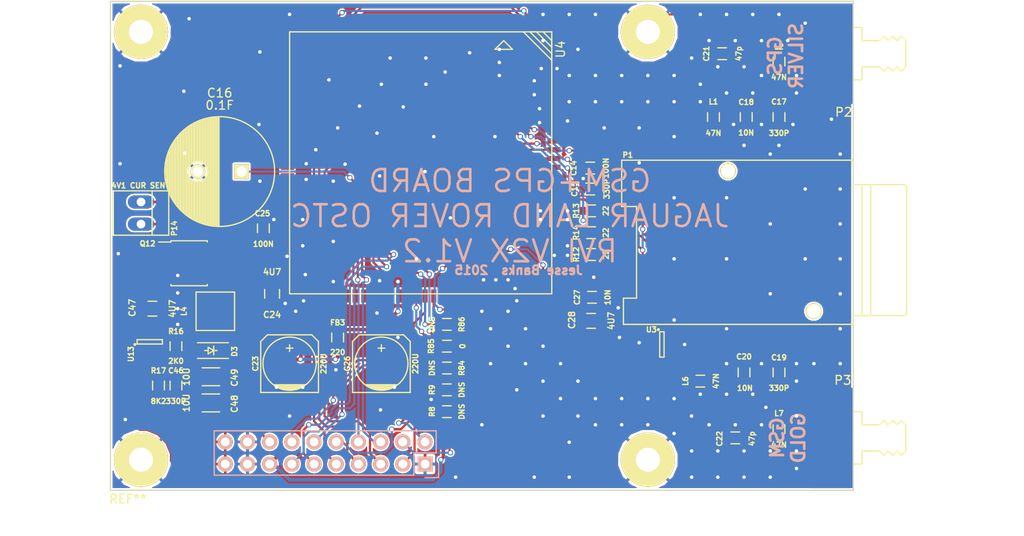
<source format=kicad_pcb>
(kicad_pcb (version 4) (host pcbnew 4.0.0-rc1-stable)
  (layers (0 F.Cu signal hide) (31 B.Cu signal hide) (34 B.Paste user) (35 F.Paste user) (36 B.SilkS user) (37 F.SilkS user) (38 B.Mask user) (39 F.Mask user) (44 Edge.Cuts user))
  (net 0 "")
  (net 1 GND)
  (net 2 SIMCARD_V)
  (net 3 "Net-(C16-Pad1)")
  (net 4 "Net-(C17-Pad2)")
  (net 5 GPS_ANT)
  (net 6 GSM_ANT)
  (net 7 GPS)
  (net 8 GSM)
  (net 9 4V1F1)
  (net 10 SIMCARD_RESET)
  (net 11 SIMCARD_CLK)
  (net 12 SIMCARD_DATA)
  (net 13 "Net-(Q12-Pad1)")
  (net 14 "Net-(R12-Pad1)")
  (net 15 "Net-(R13-Pad1)")
  (net 16 "Net-(R14-Pad1)")
  (net 17 SIM_RI)
  (net 18 SIM_DTR)
  (net 19 "Net-(C19-Pad2)")
  (net 20 4V1_B)
  (net 21 12V0_C)
  (net 22 SIMCARD_B)
  (net 23 SIM_RF_OFF_B)
  (net 24 SIM_USB_DET_B)
  (net 25 SIM_PWR_ON_B)
  (net 26 SIM_DM_B)
  (net 27 SIM_RESET_B)
  (net 28 SIM_DP_B)
  (net 29 "Net-(P26-Pad10)")
  (net 30 SIM_RXD_B)
  (net 31 SIM_NET_B)
  (net 32 SIM_TXD_B)
  (net 33 SIM_PWR_B)
  (net 34 4V1_EN_B)
  (net 35 PC_WAKE)
  (net 36 "Net-(C46-Pad1)")
  (net 37 "Net-(C46-Pad2)")
  (net 38 "Net-(D3-Pad1)")
  (net 39 SIM_WAKE_B)
  (net 40 "Net-(U4-Pad6)")
  (net 41 "Net-(U4-Pad7)")
  (net 42 "Net-(U4-Pad8)")
  (net 43 "Net-(U4-Pad9)")
  (net 44 "Net-(U4-Pad15)")
  (net 45 "Net-(U4-Pad16)")
  (net 46 "Net-(U4-Pad21)")
  (net 47 "Net-(U4-Pad22)")
  (net 48 "Net-(U4-Pad23)")
  (net 49 "Net-(U4-Pad24)")
  (net 50 "Net-(U4-Pad25)")
  (net 51 "Net-(U4-Pad26)")
  (net 52 "Net-(U4-Pad27)")
  (net 53 "Net-(U4-Pad28)")
  (net 54 "Net-(U4-Pad29)")
  (net 55 "Net-(U4-Pad30)")
  (net 56 "Net-(U4-Pad31)")
  (net 57 "Net-(U4-Pad32)")
  (net 58 "Net-(U4-Pad33)")
  (net 59 "Net-(U4-Pad34)")
  (net 60 "Net-(U4-Pad35)")
  (net 61 "Net-(U4-Pad36)")
  (net 62 "Net-(U4-Pad44)")
  (net 63 "Net-(U4-Pad45)")
  (net 64 "Net-(U4-Pad46)")
  (net 65 "Net-(U4-Pad47)")
  (net 66 "Net-(U4-Pad48)")
  (net 67 "Net-(U4-Pad53)")
  (net 68 "Net-(U4-Pad55)")
  (net 69 "Net-(U4-Pad56)")
  (net 70 "Net-(U4-Pad66)")
  (net 71 "Net-(U4-Pad67)")
  (net 72 "Net-(U4-Pad70)")
  (net 73 "Net-(U4-Pad73)")
  (net 74 "Net-(U4-Pad74)")
  (net 75 "Net-(U4-Pad75)")
  (net 76 "Net-(U4-Pad76)")
  (module "Custom Parts:Rpi2B" (layer F.Cu) (at 117 135)
    (fp_text reference REF** (at -1.5 4.5) (layer F.SilkS))
    (fp_text value Rpi2B)
    (pad "" thru_hole circle (at 0 0) (size 6.2 6.2) (drill 2.75) (layers *.Cu *.Mask F.SilkS) (net 1 GND))
    (pad "" thru_hole circle (at 0 -49) (size 6.2 6.2) (drill 2.75) (layers *.Cu *.Mask F.SilkS) (net 1 GND))
    (pad "" thru_hole circle (at 58 -49) (size 6.2 6.2) (drill 2.75) (layers *.Cu *.Mask F.SilkS) (net 1 GND))
    (pad "" thru_hole circle (at 58 0) (size 6.2 6.2) (drill 2.75) (layers *.Cu *.Mask F.SilkS) (net 1 GND))
  )
  (module "Custom Parts:C_0603_SM" (layer F.Cu) (at 186 125 90)
    (fp_text reference C20 (at 1.8 0 180) (layer F.SilkS) (effects (font (size 0.6 0.6))))
    (fp_text value 10N (at -1.8 0.1 180) (layer F.SilkS) (effects (font (size 0.6 0.6))))
    (pad 1 smd rect (at -0.9 0 90) (size 0.7 0.9) (layers F.Cu F.Paste F.Mask) (net 19 "Net-(C19-Pad2)"))
    (pad 2 smd rect (at 0.9 0 90) (size 0.7 0.9) (layers F.Cu F.Paste F.Mask) (net 1 GND))
  )
  (module "Custom Parts:C_0603_SM" (layer F.Cu) (at 190 125 270)
    (fp_text reference C19 (at -1.7 0 360) (layer F.SilkS) (effects (font (size 0.6 0.6))))
    (fp_text value 330P (at 1.8 0 360) (layer F.SilkS) (effects (font (size 0.6 0.6))))
    (pad 1 smd rect (at -0.9 0 270) (size 0.7 0.9) (layers F.Cu F.Paste F.Mask) (net 1 GND))
    (pad 2 smd rect (at 0.9 0 270) (size 0.7 0.9) (layers F.Cu F.Paste F.Mask) (net 19 "Net-(C19-Pad2)"))
  )
  (module Pin_Headers:Pin_Header_Straight_2x10 (layer B.Cu) (at 149.5 135.5 90)
    (fp_text reference P26 hide)
    (fp_text value CONN_02X08 hide)
    (pad 1 thru_hole rect (at 0 0 90) (size 1.7272 1.7272) (drill 1.016) (layers *.Cu *.Mask B.SilkS) (net 1 GND))
    (pad 2 thru_hole oval (at 2.54 0 90) (size 1.7272 1.7272) (drill 1.016) (layers *.Cu *.Mask B.SilkS) (net 39 SIM_WAKE_B))
    (pad 3 thru_hole oval (at 0 -2.54 90) (size 1.7272 1.7272) (drill 1.016) (layers *.Cu *.Mask B.SilkS) (net 22 SIMCARD_B))
    (pad 4 thru_hole oval (at 2.54 -2.54 90) (size 1.7272 1.7272) (drill 1.016) (layers *.Cu *.Mask B.SilkS) (net 23 SIM_RF_OFF_B))
    (pad 5 thru_hole oval (at 0 -5.08 90) (size 1.7272 1.7272) (drill 1.016) (layers *.Cu *.Mask B.SilkS) (net 24 SIM_USB_DET_B))
    (pad 6 thru_hole oval (at 2.54 -5.08 90) (size 1.7272 1.7272) (drill 1.016) (layers *.Cu *.Mask B.SilkS) (net 25 SIM_PWR_ON_B))
    (pad 7 thru_hole oval (at 0 -7.62 90) (size 1.7272 1.7272) (drill 1.016) (layers *.Cu *.Mask B.SilkS) (net 26 SIM_DM_B))
    (pad 8 thru_hole oval (at 2.54 -7.62 90) (size 1.7272 1.7272) (drill 1.016) (layers *.Cu *.Mask B.SilkS) (net 27 SIM_RESET_B))
    (pad 9 thru_hole oval (at 0 -10.16 90) (size 1.7272 1.7272) (drill 1.016) (layers *.Cu *.Mask B.SilkS) (net 28 SIM_DP_B))
    (pad 10 thru_hole oval (at 2.54 -10.16 90) (size 1.7272 1.7272) (drill 1.016) (layers *.Cu *.Mask B.SilkS) (net 29 "Net-(P26-Pad10)"))
    (pad 11 thru_hole oval (at 0 -12.7 90) (size 1.7272 1.7272) (drill 1.016) (layers *.Cu *.Mask B.SilkS) (net 30 SIM_RXD_B))
    (pad 12 thru_hole oval (at 2.54 -12.7 90) (size 1.7272 1.7272) (drill 1.016) (layers *.Cu *.Mask B.SilkS) (net 31 SIM_NET_B))
    (pad 13 thru_hole oval (at 0 -15.24 90) (size 1.7272 1.7272) (drill 1.016) (layers *.Cu *.Mask B.SilkS) (net 32 SIM_TXD_B))
    (pad 14 thru_hole oval (at 2.54 -15.24 90) (size 1.7272 1.7272) (drill 1.016) (layers *.Cu *.Mask B.SilkS) (net 33 SIM_PWR_B))
    (pad 15 thru_hole oval (at 0 -17.78 90) (size 1.7272 1.7272) (drill 1.016) (layers *.Cu *.Mask B.SilkS) (net 20 4V1_B))
    (pad 16 thru_hole oval (at 2.54 -17.78 90) (size 1.7272 1.7272) (drill 1.016) (layers *.Cu *.Mask B.SilkS) (net 34 4V1_EN_B))
    (pad 17 thru_hole oval (at 0 -20.32 90) (size 1.7272 1.7272) (drill 1.016) (layers *.Cu *.Mask B.SilkS) (net 1 GND))
    (pad 18 thru_hole oval (at 2.54 -20.32 90) (size 1.7272 1.7272) (drill 1.016) (layers *.Cu *.Mask B.SilkS) (net 1 GND))
    (pad 19 thru_hole oval (at 0 -22.86 90) (size 1.7272 1.7272) (drill 1.016) (layers *.Cu *.Mask B.SilkS) (net 21 12V0_C))
    (pad 20 thru_hole oval (at 2.54 -22.86 90) (size 1.7272 1.7272) (drill 1.016) (layers *.Cu *.Mask B.SilkS) (net 21 12V0_C))
  )
  (module "Custom Parts:C_0603_SM" (layer F.Cu) (at 190 131.5 90)
    (fp_text reference L7 (at 1.8 0 180) (layer F.SilkS) (effects (font (size 0.6 0.6))))
    (fp_text value 47N (at -1.8 0 180) (layer F.SilkS) (effects (font (size 0.6 0.6))))
    (pad 1 smd rect (at -0.9 0 90) (size 0.7 0.9) (layers F.Cu F.Paste F.Mask) (net 8 GSM))
    (pad 2 smd rect (at 0.9 0 90) (size 0.7 0.9) (layers F.Cu F.Paste F.Mask) (net 19 "Net-(C19-Pad2)"))
  )
  (module "Custom Parts:C_0603_SM" (layer F.Cu) (at 181 126)
    (fp_text reference L6 (at -1.7 0 90) (layer F.SilkS) (effects (font (size 0.6 0.6))))
    (fp_text value 47N (at 1.8 0 90) (layer F.SilkS) (effects (font (size 0.6 0.6))))
    (pad 1 smd rect (at -0.9 0) (size 0.7 0.9) (layers F.Cu F.Paste F.Mask) (net 9 4V1F1))
    (pad 2 smd rect (at 0.9 0) (size 0.7 0.9) (layers F.Cu F.Paste F.Mask) (net 19 "Net-(C19-Pad2)"))
  )
  (module "Custom Parts:C_0603_SM" (layer F.Cu) (at 185 132.5 180)
    (fp_text reference C22 (at 1.8 -0.1 270) (layer F.SilkS) (effects (font (size 0.6 0.6))))
    (fp_text value 47p (at -1.9 -0.1 270) (layer F.SilkS) (effects (font (size 0.6 0.6))))
    (pad 1 smd rect (at -0.9 0 180) (size 0.7 0.9) (layers F.Cu F.Paste F.Mask) (net 8 GSM))
    (pad 2 smd rect (at 0.9 0 180) (size 0.7 0.9) (layers F.Cu F.Paste F.Mask) (net 6 GSM_ANT))
  )
  (module "Custom Parts:C_0603_SM" (layer F.Cu) (at 183.5 88.5 180)
    (fp_text reference C21 (at 1.8 0 270) (layer F.SilkS) (effects (font (size 0.6 0.6))))
    (fp_text value 47p (at -1.9 0 270) (layer F.SilkS) (effects (font (size 0.6 0.6))))
    (pad 1 smd rect (at -0.9 0 180) (size 0.7 0.9) (layers F.Cu F.Paste F.Mask) (net 7 GPS))
    (pad 2 smd rect (at 0.9 0 180) (size 0.7 0.9) (layers F.Cu F.Paste F.Mask) (net 5 GPS_ANT))
  )
  (module "Custom Parts:R_0603_sm" (layer F.Cu) (at 152 119.5 180)
    (fp_text reference R86 (at -1.7 0 270) (layer F.SilkS) (effects (font (size 0.6 0.6))))
    (fp_text value DNS (at 1.7 0 270) (layer F.SilkS) (effects (font (size 0.6 0.6))))
    (pad 1 smd rect (at -0.9 0 180) (size 0.8 0.9) (layers F.Cu F.Paste F.Mask) (net 29 "Net-(P26-Pad10)"))
    (pad 2 smd rect (at 0.9 0 180) (size 0.8 0.9) (layers F.Cu F.Paste F.Mask) (net 18 SIM_DTR))
  )
  (module "Custom Parts:R_0603_sm" (layer F.Cu) (at 152 122 180)
    (fp_text reference R85 (at 1.8 0 270) (layer F.SilkS) (effects (font (size 0.6 0.6))))
    (fp_text value 0 (at -1.8 0 270) (layer F.SilkS) (effects (font (size 0.6 0.6))))
    (pad 1 smd rect (at -0.9 0 180) (size 0.8 0.9) (layers F.Cu F.Paste F.Mask) (net 29 "Net-(P26-Pad10)"))
    (pad 2 smd rect (at 0.9 0 180) (size 0.8 0.9) (layers F.Cu F.Paste F.Mask) (net 35 PC_WAKE))
  )
  (module "Custom Parts:R_0603_sm" (layer F.Cu) (at 152 124.5 180)
    (fp_text reference R84 (at -1.7 0 270) (layer F.SilkS) (effects (font (size 0.6 0.6))))
    (fp_text value DNS (at 1.7 0 270) (layer F.SilkS) (effects (font (size 0.6 0.6))))
    (pad 1 smd rect (at -0.9 0 180) (size 0.8 0.9) (layers F.Cu F.Paste F.Mask) (net 29 "Net-(P26-Pad10)"))
    (pad 2 smd rect (at 0.9 0 180) (size 0.8 0.9) (layers F.Cu F.Paste F.Mask) (net 17 SIM_RI))
  )
  (module "Custom Parts:R_0603_sm" (layer F.Cu) (at 119 126.5 90)
    (fp_text reference R17 (at 1.7 0 180) (layer F.SilkS) (effects (font (size 0.6 0.6))))
    (fp_text value 8K2 (at -1.8 0 180) (layer F.SilkS) (effects (font (size 0.6 0.6))))
    (pad 1 smd rect (at -0.9 0 90) (size 0.8 0.9) (layers F.Cu F.Paste F.Mask) (net 36 "Net-(C46-Pad1)"))
    (pad 2 smd rect (at 0.9 0 90) (size 0.8 0.9) (layers F.Cu F.Paste F.Mask) (net 37 "Net-(C46-Pad2)"))
  )
  (module "Custom Parts:R_0603_sm" (layer F.Cu) (at 121 122 270)
    (fp_text reference R16 (at -1.7 0 360) (layer F.SilkS) (effects (font (size 0.6 0.6))))
    (fp_text value 2K0 (at 1.7 0 360) (layer F.SilkS) (effects (font (size 0.6 0.6))))
    (pad 1 smd rect (at -0.9 0 270) (size 0.8 0.9) (layers F.Cu F.Paste F.Mask) (net 1 GND))
    (pad 2 smd rect (at 0.9 0 270) (size 0.8 0.9) (layers F.Cu F.Paste F.Mask) (net 37 "Net-(C46-Pad2)"))
  )
  (module "Custom Parts:R_0603_sm" (layer F.Cu) (at 168.5 109)
    (fp_text reference R14 (at -1.7 0 90) (layer F.SilkS) (effects (font (size 0.6 0.6))))
    (fp_text value 22 (at 1.7 0 90) (layer F.SilkS) (effects (font (size 0.6 0.6))))
    (pad 1 smd rect (at -0.9 0) (size 0.8 0.9) (layers F.Cu F.Paste F.Mask) (net 16 "Net-(R14-Pad1)"))
    (pad 2 smd rect (at 0.9 0) (size 0.8 0.9) (layers F.Cu F.Paste F.Mask) (net 11 SIMCARD_CLK))
  )
  (module "Custom Parts:R_0603_sm" (layer F.Cu) (at 168.5 106.5)
    (fp_text reference R13 (at -1.7 0 90) (layer F.SilkS) (effects (font (size 0.6 0.6))))
    (fp_text value 22 (at 1.7 0 90) (layer F.SilkS) (effects (font (size 0.6 0.6))))
    (pad 1 smd rect (at -0.9 0) (size 0.8 0.9) (layers F.Cu F.Paste F.Mask) (net 15 "Net-(R13-Pad1)"))
    (pad 2 smd rect (at 0.9 0) (size 0.8 0.9) (layers F.Cu F.Paste F.Mask) (net 10 SIMCARD_RESET))
  )
  (module "Custom Parts:R_0603_sm" (layer F.Cu) (at 168.5 111.5)
    (fp_text reference R12 (at -1.7 0 90) (layer F.SilkS) (effects (font (size 0.6 0.6))))
    (fp_text value 22 (at 1.7 0 90) (layer F.SilkS) (effects (font (size 0.6 0.6))))
    (pad 1 smd rect (at -0.9 0) (size 0.8 0.9) (layers F.Cu F.Paste F.Mask) (net 14 "Net-(R12-Pad1)"))
    (pad 2 smd rect (at 0.9 0) (size 0.8 0.9) (layers F.Cu F.Paste F.Mask) (net 12 SIMCARD_DATA))
  )
  (module "Custom Parts:R_0603_sm" (layer F.Cu) (at 152 127)
    (fp_text reference R9 (at -1.7 0 90) (layer F.SilkS) (effects (font (size 0.6 0.6))))
    (fp_text value DNS (at 1.7 0 90) (layer F.SilkS) (effects (font (size 0.6 0.6))))
    (pad 1 smd rect (at -0.9 0) (size 0.8 0.9) (layers F.Cu F.Paste F.Mask) (net 1 GND))
    (pad 2 smd rect (at 0.9 0) (size 0.8 0.9) (layers F.Cu F.Paste F.Mask) (net 22 SIMCARD_B))
  )
  (module "Custom Parts:R_0603_sm" (layer F.Cu) (at 152 129.5)
    (fp_text reference R8 (at -1.7 0 90) (layer F.SilkS) (effects (font (size 0.6 0.6))))
    (fp_text value DNS (at 1.7 0 90) (layer F.SilkS) (effects (font (size 0.6 0.6))))
    (pad 1 smd rect (at -0.9 0) (size 0.8 0.9) (layers F.Cu F.Paste F.Mask) (net 22 SIMCARD_B))
    (pad 2 smd rect (at 0.9 0) (size 0.8 0.9) (layers F.Cu F.Paste F.Mask) (net 20 4V1_B))
  )
  (module "Custom Parts:C_0603_SM" (layer F.Cu) (at 190 89.4 270)
    (fp_text reference L2 (at -1.7 0 360) (layer F.SilkS) (effects (font (size 0.6 0.6))))
    (fp_text value 47N (at 1.8 0 360) (layer F.SilkS) (effects (font (size 0.6 0.6))))
    (pad 1 smd rect (at -0.9 0 270) (size 0.7 0.9) (layers F.Cu F.Paste F.Mask) (net 7 GPS))
    (pad 2 smd rect (at 0.9 0 270) (size 0.7 0.9) (layers F.Cu F.Paste F.Mask) (net 4 "Net-(C17-Pad2)"))
  )
  (module "Custom Parts:C_0603_SM" (layer F.Cu) (at 182.5 95.75 90)
    (fp_text reference L1 (at 1.75 0 180) (layer F.SilkS) (effects (font (size 0.6 0.6))))
    (fp_text value 47N (at -1.85 0 180) (layer F.SilkS) (effects (font (size 0.6 0.6))))
    (pad 1 smd rect (at -0.9 0 90) (size 0.7 0.9) (layers F.Cu F.Paste F.Mask) (net 9 4V1F1))
    (pad 2 smd rect (at 0.9 0 90) (size 0.7 0.9) (layers F.Cu F.Paste F.Mask) (net 4 "Net-(C17-Pad2)"))
  )
  (module "Custom Parts:R_0603_sm" (layer F.Cu) (at 139.5 121 270)
    (fp_text reference FB3 (at -1.7 0 360) (layer F.SilkS) (effects (font (size 0.6 0.6))))
    (fp_text value 220 (at 1.7 0 360) (layer F.SilkS) (effects (font (size 0.6 0.6))))
    (pad 1 smd rect (at -0.9 0 270) (size 0.8 0.9) (layers F.Cu F.Paste F.Mask) (net 9 4V1F1))
    (pad 2 smd rect (at 0.9 0 270) (size 0.8 0.9) (layers F.Cu F.Paste F.Mask) (net 20 4V1_B))
  )
  (module "Custom Parts:C_1206_SM" (layer F.Cu) (at 125 125.5 180)
    (fp_text reference C49 (at -2.7 -0.1 270) (layer F.SilkS) (effects (font (size 0.7 0.7))))
    (fp_text value 10U (at 2.8 0 270) (layer F.SilkS) (effects (font (size 0.7 0.7))))
    (pad 1 smd rect (at -1.6 0 180) (size 1.2 1.6) (layers F.Cu F.Paste F.Mask) (net 36 "Net-(C46-Pad1)"))
    (pad 2 smd rect (at 1.6 0 180) (size 1.2 1.6) (layers F.Cu F.Paste F.Mask) (net 1 GND))
  )
  (module "Custom Parts:C_1206_SM" (layer F.Cu) (at 125 128.5 180)
    (fp_text reference C48 (at -2.7 -0.1 270) (layer F.SilkS) (effects (font (size 0.7 0.7))))
    (fp_text value 10U (at 2.8 0 270) (layer F.SilkS) (effects (font (size 0.7 0.7))))
    (pad 1 smd rect (at -1.6 0 180) (size 1.2 1.6) (layers F.Cu F.Paste F.Mask) (net 36 "Net-(C46-Pad1)"))
    (pad 2 smd rect (at 1.6 0 180) (size 1.2 1.6) (layers F.Cu F.Paste F.Mask) (net 1 GND))
  )
  (module "Custom Parts:C_0603_SM" (layer F.Cu) (at 121 126.5 90)
    (fp_text reference C46 (at 1.7 0 180) (layer F.SilkS) (effects (font (size 0.6 0.6))))
    (fp_text value 330P (at -1.8 0 180) (layer F.SilkS) (effects (font (size 0.6 0.6))))
    (pad 1 smd rect (at -0.9 0 90) (size 0.7 0.9) (layers F.Cu F.Paste F.Mask) (net 36 "Net-(C46-Pad1)"))
    (pad 2 smd rect (at 0.9 0 90) (size 0.7 0.9) (layers F.Cu F.Paste F.Mask) (net 37 "Net-(C46-Pad2)"))
  )
  (module "Custom Parts:C_0805_SM" (layer F.Cu) (at 118.3 117.7)
    (fp_text reference C47 (at -2.3 -0.1 90) (layer F.SilkS) (effects (font (size 0.7 0.7))))
    (fp_text value 4U7 (at 2.3 0 90) (layer F.SilkS) (effects (font (size 0.7 0.7))))
    (pad 1 smd rect (at -1.1 0) (size 1.2 1.25) (layers F.Cu F.Paste F.Mask) (net 21 12V0_C))
    (pad 2 smd rect (at 1.1 0) (size 1.2 1.25) (layers F.Cu F.Paste F.Mask) (net 1 GND))
  )
  (module "Custom Parts:C_0805_SM" (layer F.Cu) (at 168.5 119.1)
    (fp_text reference C28 (at -2.2 -0.1 90) (layer F.SilkS) (effects (font (size 0.7 0.7))))
    (fp_text value 4U7 (at 2.3 0 90) (layer F.SilkS) (effects (font (size 0.7 0.7))))
    (pad 1 smd rect (at -1.1 0) (size 1.2 1.25) (layers F.Cu F.Paste F.Mask) (net 9 4V1F1))
    (pad 2 smd rect (at 1.1 0) (size 1.2 1.25) (layers F.Cu F.Paste F.Mask) (net 1 GND))
  )
  (module "Custom Parts:C_0603_SM" (layer F.Cu) (at 168.6 116.4)
    (fp_text reference C27 (at -1.7 0 90) (layer F.SilkS) (effects (font (size 0.6 0.6))))
    (fp_text value 10N (at 1.8 0 90) (layer F.SilkS) (effects (font (size 0.6 0.6))))
    (pad 1 smd rect (at -0.9 0) (size 0.7 0.9) (layers F.Cu F.Paste F.Mask) (net 9 4V1F1))
    (pad 2 smd rect (at 0.9 0) (size 0.7 0.9) (layers F.Cu F.Paste F.Mask) (net 1 GND))
  )
  (module "Custom Parts:C_0603_SM" (layer F.Cu) (at 131 108.5 90)
    (fp_text reference C25 (at 1.7 -0.1 180) (layer F.SilkS) (effects (font (size 0.6 0.6))))
    (fp_text value 100N (at -1.8 0 180) (layer F.SilkS) (effects (font (size 0.6 0.6))))
    (pad 1 smd rect (at -0.9 0 90) (size 0.7 0.9) (layers F.Cu F.Paste F.Mask) (net 20 4V1_B))
    (pad 2 smd rect (at 0.9 0 90) (size 0.7 0.9) (layers F.Cu F.Paste F.Mask) (net 1 GND))
  )
  (module "Custom Parts:C_0805_SM" (layer F.Cu) (at 132 116 270)
    (fp_text reference C24 (at 2.4 0 360) (layer F.SilkS) (effects (font (size 0.7 0.7))))
    (fp_text value 4U7 (at -2.5 0 360) (layer F.SilkS) (effects (font (size 0.7 0.7))))
    (pad 1 smd rect (at -1.1 0 270) (size 1.2 1.25) (layers F.Cu F.Paste F.Mask) (net 20 4V1_B))
    (pad 2 smd rect (at 1.1 0 270) (size 1.2 1.25) (layers F.Cu F.Paste F.Mask) (net 1 GND))
  )
  (module "Custom Parts:C_0603_SM" (layer F.Cu) (at 186.25 95.75 270)
    (fp_text reference C18 (at -1.7 0 360) (layer F.SilkS) (effects (font (size 0.6 0.6))))
    (fp_text value 10N (at 1.8 0 360) (layer F.SilkS) (effects (font (size 0.6 0.6))))
    (pad 1 smd rect (at -0.9 0 270) (size 0.7 0.9) (layers F.Cu F.Paste F.Mask) (net 4 "Net-(C17-Pad2)"))
    (pad 2 smd rect (at 0.9 0 270) (size 0.7 0.9) (layers F.Cu F.Paste F.Mask) (net 1 GND))
  )
  (module "Custom Parts:C_0603_SM" (layer F.Cu) (at 190 95.75 90)
    (fp_text reference C17 (at 1.75 0 180) (layer F.SilkS) (effects (font (size 0.6 0.6))))
    (fp_text value 330P (at -1.85 0 180) (layer F.SilkS) (effects (font (size 0.6 0.6))))
    (pad 1 smd rect (at -0.9 0 90) (size 0.7 0.9) (layers F.Cu F.Paste F.Mask) (net 1 GND))
    (pad 2 smd rect (at 0.9 0 90) (size 0.7 0.9) (layers F.Cu F.Paste F.Mask) (net 4 "Net-(C17-Pad2)"))
  )
  (module "Custom Parts:C_0603_SM" (layer F.Cu) (at 168.4 104 180)
    (fp_text reference C15 (at 1.8 0 270) (layer F.SilkS) (effects (font (size 0.6 0.6))))
    (fp_text value 330P (at -1.9 0 270) (layer F.SilkS) (effects (font (size 0.6 0.6))))
    (pad 1 smd rect (at -0.9 0 180) (size 0.7 0.9) (layers F.Cu F.Paste F.Mask) (net 2 SIMCARD_V))
    (pad 2 smd rect (at 0.9 0 180) (size 0.7 0.9) (layers F.Cu F.Paste F.Mask) (net 1 GND))
  )
  (module "Custom Parts:C_0603_SM" (layer F.Cu) (at 168.4 101.6 180)
    (fp_text reference C14 (at 1.9 0 270) (layer F.SilkS) (effects (font (size 0.6 0.6))))
    (fp_text value 100N (at -1.8 0 270) (layer F.SilkS) (effects (font (size 0.6 0.6))))
    (pad 1 smd rect (at -0.9 0 180) (size 0.7 0.9) (layers F.Cu F.Paste F.Mask) (net 2 SIMCARD_V))
    (pad 2 smd rect (at 0.9 0 180) (size 0.7 0.9) (layers F.Cu F.Paste F.Mask) (net 1 GND))
  )
  (module "Custom Parts:SOIC-8_MOS" (layer F.Cu) (at 122.5 112.5)
    (fp_text reference Q12 (at -4.75 -2.25) (layer F.SilkS) (effects (font (size 0.6 0.6))))
    (fp_text value IRF9335 hide)
    (pad 2 smd rect (at -2.7 -1.905) (size 1.55 0.6) (layers F.Cu F.Paste F.Mask) (net 21 12V0_C))
    (pad 2 smd rect (at -2.7 -0.635) (size 1.55 0.6) (layers F.Cu F.Paste F.Mask) (net 21 12V0_C))
    (pad 2 smd rect (at -2.7 0.635) (size 1.55 0.6) (layers F.Cu F.Paste F.Mask) (net 21 12V0_C))
    (pad 1 smd rect (at -2.7 1.905) (size 1.55 0.6) (layers F.Cu F.Paste F.Mask) (net 13 "Net-(Q12-Pad1)"))
    (pad 3 smd rect (at 2.7 1.905) (size 1.55 0.6) (layers F.Cu F.Paste F.Mask) (net 38 "Net-(D3-Pad1)"))
    (pad 3 smd rect (at 2.7 0.635) (size 1.55 0.6) (layers F.Cu F.Paste F.Mask) (net 38 "Net-(D3-Pad1)"))
    (pad 3 smd rect (at 2.7 -0.635) (size 1.55 0.6) (layers F.Cu F.Paste F.Mask) (net 38 "Net-(D3-Pad1)"))
    (pad 3 smd rect (at 2.7 -1.905) (size 1.55 0.6) (layers F.Cu F.Paste F.Mask) (net 38 "Net-(D3-Pad1)"))
  )
  (module Housings_SOT-23_SOT-143_TSOT-6:SOT-23-5 (layer F.Cu) (at 118 121.5 90)
    (fp_text reference U13 (at -1.4 -2.15 90) (layer F.SilkS) (effects (font (size 0.6 0.6))))
    (fp_text value XRP6124 hide)
    (pad 1 smd rect (at -1.1 -0.95 90) (size 1.06 0.65) (layers F.Cu F.Paste F.Mask) (net 34 4V1_EN_B))
    (pad 2 smd rect (at -1.1 0 90) (size 1.06 0.65) (layers F.Cu F.Paste F.Mask) (net 1 GND))
    (pad 3 smd rect (at -1.1 0.95 90) (size 1.06 0.65) (layers F.Cu F.Paste F.Mask) (net 37 "Net-(C46-Pad2)"))
    (pad 4 smd rect (at 1.1 0.95 90) (size 1.06 0.65) (layers F.Cu F.Paste F.Mask) (net 13 "Net-(Q12-Pad1)"))
    (pad 5 smd rect (at 1.1 -0.95 90) (size 1.06 0.65) (layers F.Cu F.Paste F.Mask) (net 21 12V0_C))
  )
  (module "Custom Parts:SIM5320" (layer F.Cu) (at 149 101 270)
    (fp_text reference U4 (at -13 -16 270) (layer F.SilkS))
    (fp_text value SIM5320 hide)
    (pad 1 smd rect (at -15.25 -9.5 270) (size 1.8 0.6) (layers F.Cu F.Paste F.Mask) (net 1 GND))
    (pad 2 smd rect (at -15.25 -8.5 270) (size 1.8 0.6) (layers F.Cu F.Paste F.Mask) (net 1 GND))
    (pad 3 smd rect (at -15.25 -7.5 270) (size 1.8 0.6) (layers F.Cu F.Paste F.Mask) (net 25 SIM_PWR_ON_B))
    (pad 4 smd rect (at -15.25 -6.5 270) (size 1.8 0.6) (layers F.Cu F.Paste F.Mask) (net 27 SIM_RESET_B))
    (pad 5 smd rect (at -15.25 -5.5 270) (size 1.8 0.6) (layers F.Cu F.Paste F.Mask) (net 1 GND))
    (pad 6 smd rect (at -15.25 -4.5 270) (size 1.8 0.6) (layers F.Cu F.Paste F.Mask) (net 40 "Net-(U4-Pad6)"))
    (pad 7 smd rect (at -15.25 -3.5 270) (size 1.8 0.6) (layers F.Cu F.Paste F.Mask) (net 41 "Net-(U4-Pad7)"))
    (pad 8 smd rect (at -15.25 -2.5 270) (size 1.8 0.6) (layers F.Cu F.Paste F.Mask) (net 42 "Net-(U4-Pad8)"))
    (pad 9 smd rect (at -15.25 -1.5 270) (size 1.8 0.6) (layers F.Cu F.Paste F.Mask) (net 43 "Net-(U4-Pad9)"))
    (pad 10 smd rect (at -15.25 -0.5 270) (size 1.8 0.6) (layers F.Cu F.Paste F.Mask) (net 1 GND))
    (pad 11 smd rect (at -15.25 0.5 270) (size 1.8 0.6) (layers F.Cu F.Paste F.Mask) (net 24 SIM_USB_DET_B))
    (pad 12 smd rect (at -15.25 1.5 270) (size 1.8 0.6) (layers F.Cu F.Paste F.Mask) (net 26 SIM_DM_B))
    (pad 13 smd rect (at -15.25 2.5 270) (size 1.8 0.6) (layers F.Cu F.Paste F.Mask) (net 28 SIM_DP_B))
    (pad 14 smd rect (at -15.25 3.5 270) (size 1.8 0.6) (layers F.Cu F.Paste F.Mask) (net 1 GND))
    (pad 15 smd rect (at -15.25 4.5 270) (size 1.8 0.6) (layers F.Cu F.Paste F.Mask) (net 44 "Net-(U4-Pad15)"))
    (pad 16 smd rect (at -15.25 5.5 270) (size 1.8 0.6) (layers F.Cu F.Paste F.Mask) (net 45 "Net-(U4-Pad16)"))
    (pad 17 smd rect (at -15.25 6.5 270) (size 1.8 0.6) (layers F.Cu F.Paste F.Mask) (net 14 "Net-(R12-Pad1)"))
    (pad 18 smd rect (at -15.25 7.5 270) (size 1.8 0.6) (layers F.Cu F.Paste F.Mask) (net 15 "Net-(R13-Pad1)"))
    (pad 19 smd rect (at -15.25 8.5 270) (size 1.8 0.6) (layers F.Cu F.Paste F.Mask) (net 16 "Net-(R14-Pad1)"))
    (pad 20 smd rect (at -15.25 9.5 270) (size 1.8 0.6) (layers F.Cu F.Paste F.Mask) (net 2 SIMCARD_V))
    (pad 21 smd rect (at -9.5 15.25) (size 1.5 0.6) (layers F.Cu F.Paste F.Mask) (net 46 "Net-(U4-Pad21)"))
    (pad 22 smd rect (at -8.5 15.25) (size 1.5 0.6) (layers F.Cu F.Paste F.Mask) (net 47 "Net-(U4-Pad22)"))
    (pad 23 smd rect (at -7.5 15.25) (size 1.5 0.6) (layers F.Cu F.Paste F.Mask) (net 48 "Net-(U4-Pad23)"))
    (pad 24 smd rect (at -6.5 15.25) (size 1.5 0.6) (layers F.Cu F.Paste F.Mask) (net 49 "Net-(U4-Pad24)"))
    (pad 25 smd rect (at -5.5 15.25) (size 1.5 0.6) (layers F.Cu F.Paste F.Mask) (net 50 "Net-(U4-Pad25)"))
    (pad 26 smd rect (at -4.5 15.25) (size 1.5 0.6) (layers F.Cu F.Paste F.Mask) (net 51 "Net-(U4-Pad26)"))
    (pad 27 smd rect (at -3.5 15.25) (size 1.5 0.6) (layers F.Cu F.Paste F.Mask) (net 52 "Net-(U4-Pad27)"))
    (pad 28 smd rect (at -2.5 15.25) (size 1.5 0.6) (layers F.Cu F.Paste F.Mask) (net 53 "Net-(U4-Pad28)"))
    (pad 29 smd rect (at -1.5 15.25) (size 1.5 0.6) (layers F.Cu F.Paste F.Mask) (net 54 "Net-(U4-Pad29)"))
    (pad 30 smd rect (at -0.5 15.25) (size 1.5 0.6) (layers F.Cu F.Paste F.Mask) (net 55 "Net-(U4-Pad30)"))
    (pad 31 smd rect (at 0.5 15.25) (size 1.5 0.6) (layers F.Cu F.Paste F.Mask) (net 56 "Net-(U4-Pad31)"))
    (pad 32 smd rect (at 1.5 15.25) (size 1.5 0.6) (layers F.Cu F.Paste F.Mask) (net 57 "Net-(U4-Pad32)"))
    (pad 33 smd rect (at 2.5 15.25) (size 1.5 0.6) (layers F.Cu F.Paste F.Mask) (net 58 "Net-(U4-Pad33)"))
    (pad 34 smd rect (at 3.5 15.25) (size 1.5 0.6) (layers F.Cu F.Paste F.Mask) (net 59 "Net-(U4-Pad34)"))
    (pad 35 smd rect (at 4.5 15.25) (size 1.5 0.6) (layers F.Cu F.Paste F.Mask) (net 60 "Net-(U4-Pad35)"))
    (pad 36 smd rect (at 5.5 15.25) (size 1.5 0.6) (layers F.Cu F.Paste F.Mask) (net 61 "Net-(U4-Pad36)"))
    (pad 37 smd rect (at 6.5 15.25) (size 1.5 0.6) (layers F.Cu F.Paste F.Mask) (net 1 GND))
    (pad 38 smd rect (at 7.5 15.25) (size 1.5 0.6) (layers F.Cu F.Paste F.Mask) (net 20 4V1_B))
    (pad 39 smd rect (at 8.5 15.25) (size 1.5 0.6) (layers F.Cu F.Paste F.Mask) (net 20 4V1_B))
    (pad 40 smd rect (at 9.5 15.25) (size 1.5 0.6) (layers F.Cu F.Paste F.Mask) (net 1 GND))
    (pad 41 smd rect (at 15.25 9.5 90) (size 1.5 0.6) (layers F.Cu F.Paste F.Mask) (net 1 GND))
    (pad 42 smd rect (at 15.25 8.5 90) (size 1.5 0.6) (layers F.Cu F.Paste F.Mask) (net 3 "Net-(C16-Pad1)"))
    (pad 43 smd rect (at 15.25 7.5 90) (size 1.5 0.6) (layers F.Cu F.Paste F.Mask) (net 1 GND))
    (pad 44 smd rect (at 15.25 6.5 90) (size 1.5 0.6) (layers F.Cu F.Paste F.Mask) (net 62 "Net-(U4-Pad44)"))
    (pad 45 smd rect (at 15.25 5.5 90) (size 1.5 0.6) (layers F.Cu F.Paste F.Mask) (net 63 "Net-(U4-Pad45)"))
    (pad 46 smd rect (at 15.25 4.5 90) (size 1.5 0.6) (layers F.Cu F.Paste F.Mask) (net 64 "Net-(U4-Pad46)"))
    (pad 47 smd rect (at 15.25 3.5 90) (size 1.5 0.6) (layers F.Cu F.Paste F.Mask) (net 65 "Net-(U4-Pad47)"))
    (pad 48 smd rect (at 15.25 2.5 90) (size 1.5 0.6) (layers F.Cu F.Paste F.Mask) (net 66 "Net-(U4-Pad48)"))
    (pad 49 smd rect (at 15.25 1.5 90) (size 1.5 0.6) (layers F.Cu F.Paste F.Mask) (net 33 SIM_PWR_B))
    (pad 50 smd rect (at 15.25 0.5 90) (size 1.5 0.6) (layers F.Cu F.Paste F.Mask) (net 39 SIM_WAKE_B))
    (pad 51 smd rect (at 15.25 -0.5 90) (size 1.5 0.6) (layers F.Cu F.Paste F.Mask) (net 31 SIM_NET_B))
    (pad 52 smd rect (at 15.25 -1.5 90) (size 1.5 0.6) (layers F.Cu F.Paste F.Mask) (net 35 PC_WAKE))
    (pad 53 smd rect (at 15.25 -2.5 90) (size 1.5 0.6) (layers F.Cu F.Paste F.Mask) (net 67 "Net-(U4-Pad53)"))
    (pad 54 smd rect (at 15.25 -3.5 90) (size 1.5 0.6) (layers F.Cu F.Paste F.Mask) (net 23 SIM_RF_OFF_B))
    (pad 55 smd rect (at 15.25 -4.5 90) (size 1.5 0.6) (layers F.Cu F.Paste F.Mask) (net 68 "Net-(U4-Pad55)"))
    (pad 56 smd rect (at 15.25 -5.5 90) (size 1.5 0.6) (layers F.Cu F.Paste F.Mask) (net 69 "Net-(U4-Pad56)"))
    (pad 57 smd rect (at 15.25 -6.5 90) (size 1.5 0.6) (layers F.Cu F.Paste F.Mask) (net 1 GND))
    (pad 58 smd rect (at 15.25 -7.5 90) (size 1.5 0.6) (layers F.Cu F.Paste F.Mask) (net 1 GND))
    (pad 59 smd rect (at 15.25 -8.5 90) (size 1.5 0.6) (layers F.Cu F.Paste F.Mask) (net 6 GSM_ANT))
    (pad 60 smd rect (at 15.25 -9.5 90) (size 1.5 0.6) (layers F.Cu F.Paste F.Mask) (net 1 GND))
    (pad 61 smd rect (at 9.5 -15.25 180) (size 1.5 0.6) (layers F.Cu F.Paste F.Mask) (net 1 GND))
    (pad 62 smd rect (at 8.5 -15.25 180) (size 1.5 0.6) (layers F.Cu F.Paste F.Mask) (net 9 4V1F1))
    (pad 63 smd rect (at 7.5 -15.25 180) (size 1.5 0.6) (layers F.Cu F.Paste F.Mask) (net 9 4V1F1))
    (pad 64 smd rect (at 6.5 -15.25 180) (size 1.5 0.6) (layers F.Cu F.Paste F.Mask) (net 1 GND))
    (pad 65 smd rect (at 5.5 -15.25 180) (size 1.5 0.6) (layers F.Cu F.Paste F.Mask) (net 1 GND))
    (pad 66 smd rect (at 4.5 -15.25 180) (size 1.5 0.6) (layers F.Cu F.Paste F.Mask) (net 70 "Net-(U4-Pad66)"))
    (pad 67 smd rect (at 3.5 -15.25 180) (size 1.5 0.6) (layers F.Cu F.Paste F.Mask) (net 71 "Net-(U4-Pad67)"))
    (pad 68 smd rect (at 2.5 -15.25 180) (size 1.5 0.6) (layers F.Cu F.Paste F.Mask) (net 30 SIM_RXD_B))
    (pad 69 smd rect (at 1.5 -15.25 180) (size 1.5 0.6) (layers F.Cu F.Paste F.Mask) (net 17 SIM_RI))
    (pad 70 smd rect (at 0.5 -15.25 180) (size 1.5 0.6) (layers F.Cu F.Paste F.Mask) (net 72 "Net-(U4-Pad70)"))
    (pad 71 smd rect (at -0.5 -15.25 180) (size 1.5 0.6) (layers F.Cu F.Paste F.Mask) (net 32 SIM_TXD_B))
    (pad 72 smd rect (at -1.5 -15.25 180) (size 1.5 0.6) (layers F.Cu F.Paste F.Mask) (net 18 SIM_DTR))
    (pad 73 smd rect (at -2.5 -15.25 180) (size 1.5 0.6) (layers F.Cu F.Paste F.Mask) (net 73 "Net-(U4-Pad73)"))
    (pad 74 smd rect (at -3.5 -15.25 180) (size 1.5 0.6) (layers F.Cu F.Paste F.Mask) (net 74 "Net-(U4-Pad74)"))
    (pad 75 smd rect (at -4.5 -15.25 180) (size 1.5 0.6) (layers F.Cu F.Paste F.Mask) (net 75 "Net-(U4-Pad75)"))
    (pad 76 smd rect (at -5.5 -15.25 180) (size 1.5 0.6) (layers F.Cu F.Paste F.Mask) (net 76 "Net-(U4-Pad76)"))
    (pad 77 smd rect (at -6.5 -15.25 180) (size 1.5 0.6) (layers F.Cu F.Paste F.Mask) (net 1 GND))
    (pad 78 smd rect (at -7.5 -15.25 180) (size 1.5 0.6) (layers F.Cu F.Paste F.Mask) (net 1 GND))
    (pad 79 smd rect (at -8.5 -15.25 180) (size 1.5 0.6) (layers F.Cu F.Paste F.Mask) (net 5 GPS_ANT))
    (pad 80 smd rect (at -9.5 -15.25 180) (size 1.5 0.6) (layers F.Cu F.Paste F.Mask) (net 1 GND))
  )
  (module Housings_SOT-23_SOT-143_TSOT-6:SOT-23-6 (layer F.Cu) (at 176.6 121.8)
    (fp_text reference U3 (at -1.2 -1.7) (layer F.SilkS) (effects (font (size 0.6 0.6))))
    (fp_text value MMQA5V6T3G hide)
    (pad 1 smd rect (at -1.1 -0.95) (size 1.06 0.65) (layers F.Cu F.Paste F.Mask) (net 11 SIMCARD_CLK))
    (pad 2 smd rect (at -1.1 0) (size 1.06 0.65) (layers F.Cu F.Paste F.Mask) (net 1 GND))
    (pad 3 smd rect (at -1.1 0.95) (size 1.06 0.65) (layers F.Cu F.Paste F.Mask) (net 12 SIMCARD_DATA))
    (pad 4 smd rect (at 1.1 0.95) (size 1.06 0.65) (layers F.Cu F.Paste F.Mask) (net 2 SIMCARD_V))
    (pad 6 smd rect (at 1.1 -0.95) (size 1.06 0.65) (layers F.Cu F.Paste F.Mask) (net 10 SIMCARD_RESET))
    (pad 5 smd rect (at 1.1 0) (size 1.06 0.65) (layers F.Cu F.Paste F.Mask) (net 1 GND))
  )
  (module Connect:PINHEAD1-2 (layer F.Cu) (at 117 106.75 270)
    (fp_text reference P14 (at 1.75 -3.8 270) (layer F.SilkS) (effects (font (size 0.6 0.6))))
    (fp_text value CUR_SEN hide)
    (pad 1 thru_hole oval (at -1.27 0 270) (size 1.50622 3.01498) (drill 0.99822) (layers *.Cu *.Mask) (net 20 4V1_B))
    (pad 2 thru_hole oval (at 1.27 0 270) (size 1.50622 3.01498) (drill 0.99822) (layers *.Cu *.Mask) (net 36 "Net-(C46-Pad1)"))
  )
  (module Fiducials:Fiducial_1mm_Dia_2.54mm_Outer_CopperTop (layer F.Cu) (at 170 86)
    (fp_text reference P16 hide)
    (fp_text value Ficudial4 hide)
    (pad ~ smd circle (at 0 0) (size 1 1) (layers F.Cu F.Mask) (clearance 0.77))
  )
  (module Fiducials:Fiducial_1mm_Dia_2.54mm_Outer_CopperTop (layer F.Cu) (at 170 135)
    (fp_text reference P13 hide)
    (fp_text value Ficudial3 hide)
    (pad ~ smd circle (at 0 0) (size 1 1) (layers F.Cu F.Mask) (clearance 0.77))
  )
  (module Fiducials:Fiducial_1mm_Dia_2.54mm_Outer_CopperTop (layer F.Cu) (at 122 135)
    (fp_text reference P11 hide)
    (fp_text value Ficudial2 hide)
    (pad ~ smd circle (at 0 0) (size 1 1) (layers F.Cu F.Mask) (clearance 0.77))
  )
  (module Fiducials:Fiducial_1mm_Dia_2.54mm_Outer_CopperTop (layer F.Cu) (at 122 86)
    (fp_text reference P7 hide)
    (fp_text value Ficudial1 hide)
    (pad ~ smd circle (at 0 0) (size 1 1) (layers F.Cu F.Mask) (clearance 0.77))
  )
  (module "Custom Parts:SMA-RA_142-0701-801" (layer F.Cu) (at 198.5 132.5 270)
    (fp_text reference P3 (at -6.6 1.2 360) (layer F.SilkS))
    (fp_text value SMA hide)
    (pad 1 smd rect (at 0 2.5 270) (size 1.1 5) (layers F.Cu F.Mask) (net 8 GSM))
    (pad 2 smd rect (at -4.25 2.5 270) (size 3 5) (layers F.Cu F.Mask) (net 1 GND))
    (pad 2 smd rect (at 4.25 2.5 270) (size 3 5) (layers F.Cu F.Mask) (net 1 GND))
    (pad 2 smd rect (at 0 2.5 270) (size 11.5 5) (layers B.Cu B.Mask) (net 1 GND))
  )
  (module "Custom Parts:SMA-RA_142-0701-801" (layer F.Cu) (at 198.5 88.5 270)
    (fp_text reference P2 (at 6.7 1.1 360) (layer F.SilkS))
    (fp_text value SMA hide)
    (pad 1 smd rect (at 0 2.5 270) (size 1.1 5) (layers F.Cu F.Mask) (net 7 GPS))
    (pad 2 smd rect (at -4.25 2.5 270) (size 3 5) (layers F.Cu F.Mask) (net 1 GND))
    (pad 2 smd rect (at 4.25 2.5 270) (size 3 5) (layers F.Cu F.Mask) (net 1 GND))
    (pad 2 smd rect (at 0 2.5 270) (size 11.5 5) (layers B.Cu B.Mask) (net 1 GND))
  )
  (module "Custom Parts:47553-1001" (layer F.Cu) (at 186 110)
    (fp_text reference P1 (at -13.3 -9.9 180) (layer F.SilkS) (effects (font (size 0.6 0.6))))
    (fp_text value 47553-1001 hide)
    (pad C1 smd rect (at -13.495 -3.17) (size 2.3 1) (layers F.Cu F.Paste F.Mask) (net 2 SIMCARD_V))
    (pad C2 smd rect (at -13.495 -0.63) (size 2.3 1) (layers F.Cu F.Paste F.Mask) (net 10 SIMCARD_RESET))
    (pad C3 smd rect (at -13.495 1.91) (size 2.3 1) (layers F.Cu F.Paste F.Mask) (net 11 SIMCARD_CLK))
    (pad SW2 smd rect (at -13.495 5.72) (size 2.3 1) (layers F.Cu F.Paste F.Mask) (net 1 GND))
    (pad C5 smd rect (at -13.495 -1.9) (size 2.3 1) (layers F.Cu F.Paste F.Mask) (net 1 GND))
    (pad C6 smd rect (at -13.495 0.64) (size 2.3 1) (layers F.Cu F.Paste F.Mask) (net 2 SIMCARD_V))
    (pad C7 smd rect (at -13.495 3.18) (size 2.3 1) (layers F.Cu F.Paste F.Mask) (net 12 SIMCARD_DATA))
    (pad SW1 smd rect (at -13.495 4.45) (size 2.3 1) (layers F.Cu F.Paste F.Mask) (net 22 SIMCARD_B))
    (pad A smd rect (at 7.2 -10.45) (size 4 2) (layers F.Cu F.Paste F.Mask) (net 1 GND))
    (pad B smd rect (at 7.2 10.1) (size 4 2) (layers F.Cu F.Paste F.Mask) (net 1 GND))
    (pad "" thru_hole circle (at 7.97 7.99) (size 1.8 1.8) (drill 1.5) (layers *.Cu *.Mask F.SilkS))
    (pad "" thru_hole circle (at -1.83 -8.06) (size 1.8 1.8) (drill 1.5) (layers *.Cu *.Mask F.SilkS))
  )
  (module "Custom Parts:4.5x4.5mm_Ind" (layer F.Cu) (at 125.5 118)
    (fp_text reference L4 (at -3.6 0 90) (layer F.SilkS) (effects (font (size 0.6 0.6))))
    (fp_text value 5U6 hide)
    (pad 1 smd rect (at -2.2 0) (size 1.5 2.4) (layers F.Cu F.Paste F.Mask) (net 38 "Net-(D3-Pad1)"))
    (pad 2 smd rect (at 2.2 0) (size 1.5 2.4) (layers F.Cu F.Paste F.Mask) (net 36 "Net-(C46-Pad1)"))
  )
  (module Diodes_SMD:SOD-123 (layer F.Cu) (at 125 122.5 180)
    (fp_text reference D3 (at -2.7 -0.1 270) (layer F.SilkS) (effects (font (size 0.6 0.6))))
    (fp_text value SBR3U30P1-7 hide)
    (pad 1 smd rect (at -1.635 0 180) (size 0.91 1.22) (layers F.Cu F.Paste F.Mask) (net 38 "Net-(D3-Pad1)"))
    (pad 2 smd rect (at 1.635 0 180) (size 0.91 1.22) (layers F.Cu F.Paste F.Mask) (net 1 GND))
  )
  (module Capacitors_SMD:c_elec_6.3x5.8 (layer F.Cu) (at 144.5 124 90)
    (fp_text reference C26 (at 0 -3.9 90) (layer F.SilkS) (effects (font (size 0.6 0.6))))
    (fp_text value 220U (at 0 3.9 90) (layer F.SilkS) (effects (font (size 0.6 0.6))))
    (pad 1 smd rect (at 2.75082 0 90) (size 3.59918 1.6002) (layers F.Cu F.Paste F.Mask) (net 9 4V1F1))
    (pad 2 smd rect (at -2.75082 0 90) (size 3.59918 1.6002) (layers F.Cu F.Paste F.Mask) (net 1 GND))
  )
  (module Capacitors_SMD:c_elec_6.3x5.8 (layer F.Cu) (at 134 124 90)
    (fp_text reference C23 (at 0 -3.9 90) (layer F.SilkS) (effects (font (size 0.6 0.6))))
    (fp_text value 220U (at 0 3.9 90) (layer F.SilkS) (effects (font (size 0.6 0.6))))
    (pad 1 smd rect (at 2.75082 0 90) (size 3.59918 1.6002) (layers F.Cu F.Paste F.Mask) (net 20 4V1_B))
    (pad 2 smd rect (at -2.75082 0 90) (size 3.59918 1.6002) (layers F.Cu F.Paste F.Mask) (net 1 GND))
  )
  (module Capacitors_ThroughHole:C_Radial_D12.5_L25_P5 (layer F.Cu) (at 128.5 102 180)
    (fp_text reference C16 (at 2.5 9 180) (layer F.SilkS))
    (fp_text value 0.1F (at 2.5 7.6 180) (layer F.SilkS))
    (pad 2 thru_hole circle (at 5 0 180) (size 1.7 1.7) (drill 1.2) (layers *.Cu *.Mask F.SilkS) (net 1 GND))
    (pad 1 thru_hole rect (at 0 0 180) (size 1.7 1.7) (drill 1.2) (layers *.Cu *.Mask F.SilkS) (net 3 "Net-(C16-Pad1)"))
  )
  (gr_text "4V1 CUR SEN" (at 116.7 103.6) (layer F.SilkS) (effects (font (size 0.6 0.6))))
  (gr_text "Jesse Banks  2015" (at 160.2 113.3) (layer B.SilkS) (effects (font (size 1 1) (thickness 0.25)) (justify mirror)))
  (gr_text "GSM\nGOLD" (at 191 132.5 90) (layer B.SilkS) (effects (font (size 1.5 1.5) (thickness 0.3)) (justify mirror)))
  (gr_text "GPS\nSILVER" (at 190.75 88.75 90) (layer B.SilkS) (effects (font (size 1.5 1.5) (thickness 0.3)) (justify mirror)))
  (gr_text "GSM+GPS BOARD\nJAGUAR LAND ROVER OSTC\nRVI V2X V1.2\n" (at 159.2 107.1) (layer B.SilkS) (effects (font (size 2.5 2.5) (thickness 0.3)) (justify mirror)))
  (gr_line (start 113.5 138.5) (end 113.5 82.5) (angle 90) (layer Edge.Cuts) (width 0.1))
  (gr_line (start 198.5 138.5) (end 113.5 138.5) (angle 90) (layer Edge.Cuts) (width 0.1))
  (gr_line (start 198.5 82.5) (end 198.5 138.5) (angle 90) (layer Edge.Cuts) (width 0.1))
  (gr_line (start 113.5 82.5) (end 198.5 82.5) (angle 90) (layer Edge.Cuts) (width 0.1))
  (segment (start 118 122.6) (end 118 121.9) (width 0.25) (layer F.Cu) (net 1))
  (segment (start 118.4 121.5) (end 119 121.5) (width 0.25) (layer F.Cu) (net 1))
  (segment (start 118 121.9) (end 118.4 121.5) (width 0.25) (layer F.Cu) (net 1))
  (segment (start 135.5 110.5) (end 135.5 111.2) (width 0.25) (layer B.Cu) (net 1))
  (segment (start 133.8 111.8) (end 133.8 112.1) (width 0.25) (layer F.Cu) (net 1))
  (segment (start 133.7 111.7) (end 133.8 111.8) (width 0.25) (layer F.Cu) (net 1))
  (via (at 133.7 111.7) (size 0.6) (drill 0.4) (layers F.Cu B.Cu) (net 1))
  (segment (start 135 111.7) (end 133.7 111.7) (width 0.25) (layer B.Cu) (net 1))
  (segment (start 135.5 111.2) (end 135 111.7) (width 0.25) (layer B.Cu) (net 1))
  (segment (start 164.25 107.5) (end 165.8 107.5) (width 0.25) (layer F.Cu) (net 1))
  (via (at 165.8 107.5) (size 0.6) (drill 0.4) (layers F.Cu B.Cu) (net 1))
  (segment (start 165.8 107.5) (end 165.9 107.5) (width 0.25) (layer B.Cu) (net 1))
  (segment (start 165.9 107.5) (end 165.8 107.5) (width 0.25) (layer B.Cu) (net 1))
  (segment (start 164.25 106.5) (end 159.5 106.5) (width 0.25) (layer F.Cu) (net 1))
  (segment (start 159.5 106.5) (end 158.5 105.5) (width 0.25) (layer F.Cu) (net 1))
  (segment (start 164.25 107.5) (end 162.7 107.5) (width 0.25) (layer F.Cu) (net 1))
  (segment (start 162.7 106.5) (end 162.7 106) (width 0.25) (layer F.Cu) (net 1))
  (via (at 162.7 106.5) (size 0.6) (drill 0.4) (layers F.Cu B.Cu) (net 1))
  (segment (start 162.7 107.5) (end 162.7 106.5) (width 0.25) (layer B.Cu) (net 1))
  (via (at 162.7 107.5) (size 0.6) (drill 0.4) (layers F.Cu B.Cu) (net 1))
  (segment (start 148.5 112) (end 148.5 111.2) (width 0.25) (layer F.Cu) (net 1))
  (segment (start 152.6 107.1) (end 153.7 107.1) (width 0.25) (layer B.Cu) (net 1))
  (segment (start 152.4 107.3) (end 152.6 107.1) (width 0.25) (layer B.Cu) (net 1))
  (via (at 152.4 107.3) (size 0.6) (drill 0.4) (layers F.Cu B.Cu) (net 1))
  (segment (start 148.5 111.2) (end 152.4 107.3) (width 0.25) (layer F.Cu) (net 1))
  (segment (start 149.5 102) (end 144.8 102) (width 0.25) (layer B.Cu) (net 1))
  (segment (start 144.1 102.7) (end 144 102.7) (width 0.25) (layer F.Cu) (net 1))
  (segment (start 144.3 102.5) (end 144.1 102.7) (width 0.25) (layer F.Cu) (net 1))
  (via (at 144.3 102.5) (size 0.6) (drill 0.4) (layers F.Cu B.Cu) (net 1))
  (segment (start 144.8 102) (end 144.3 102.5) (width 0.25) (layer B.Cu) (net 1))
  (segment (start 151.1 127) (end 151.1 127.8) (width 0.25) (layer F.Cu) (net 1))
  (via (at 150.2 128.1) (size 0.6) (drill 0.4) (layers F.Cu B.Cu) (net 1))
  (segment (start 150.8 128.1) (end 150.2 128.1) (width 0.25) (layer F.Cu) (net 1))
  (segment (start 151.1 127.8) (end 150.8 128.1) (width 0.25) (layer F.Cu) (net 1))
  (segment (start 172.505 115.72) (end 172.505 116.695) (width 0.25) (layer F.Cu) (net 1))
  (segment (start 172.505 116.695) (end 171.6 117.6) (width 0.25) (layer F.Cu) (net 1))
  (via (at 171.6 117.6) (size 0.6) (drill 0.4) (layers F.Cu B.Cu) (net 1))
  (segment (start 171.6 117.6) (end 171.8 117.8) (width 0.25) (layer B.Cu) (net 1))
  (segment (start 171.8 117.8) (end 171.75 121) (width 0.25) (layer B.Cu) (net 1))
  (via (at 171.75 121) (size 0.6) (drill 0.4) (layers F.Cu B.Cu) (net 1))
  (segment (start 132 117.1) (end 133.5 117.1) (width 0.25) (layer F.Cu) (net 1))
  (segment (start 134.6 117.9) (end 134.6 117.5) (width 0.25) (layer F.Cu) (net 1))
  (segment (start 134.7 118) (end 134.6 117.9) (width 0.25) (layer F.Cu) (net 1))
  (via (at 134.7 118) (size 0.6) (drill 0.4) (layers F.Cu B.Cu) (net 1))
  (segment (start 134.4 118) (end 134.7 118) (width 0.25) (layer B.Cu) (net 1))
  (segment (start 133.5 117.1) (end 134.4 118) (width 0.25) (layer B.Cu) (net 1))
  (via (at 133.5 117.1) (size 0.6) (drill 0.4) (layers F.Cu B.Cu) (net 1))
  (segment (start 190 124.1) (end 190.1 124) (width 0.25) (layer F.Cu) (net 1))
  (segment (start 190.1 124) (end 192 124) (width 0.25) (layer F.Cu) (net 1))
  (via (at 192 124) (size 0.6) (drill 0.4) (layers F.Cu B.Cu) (net 1))
  (segment (start 192 124) (end 188 124) (width 0.25) (layer B.Cu) (net 1))
  (via (at 188 124) (size 0.6) (drill 0.4) (layers F.Cu B.Cu) (net 1))
  (segment (start 188 124) (end 184 124) (width 0.25) (layer F.Cu) (net 1))
  (via (at 184 124) (size 0.6) (drill 0.4) (layers F.Cu B.Cu) (net 1))
  (segment (start 184 124) (end 184 123) (width 0.25) (layer B.Cu) (net 1))
  (segment (start 157 120) (end 157 124) (width 0.25) (layer F.Cu) (net 1))
  (via (at 157 124) (size 0.6) (drill 0.4) (layers F.Cu B.Cu) (net 1))
  (segment (start 157 124) (end 160 127) (width 0.25) (layer B.Cu) (net 1))
  (via (at 160 127) (size 0.6) (drill 0.4) (layers F.Cu B.Cu) (net 1))
  (segment (start 160 127) (end 163 130) (width 0.25) (layer F.Cu) (net 1))
  (via (at 163 130) (size 0.6) (drill 0.4) (layers F.Cu B.Cu) (net 1))
  (segment (start 163 130) (end 166 133) (width 0.25) (layer B.Cu) (net 1))
  (via (at 166 133) (size 0.6) (drill 0.4) (layers F.Cu B.Cu) (net 1))
  (segment (start 166 133) (end 166 137) (width 0.25) (layer F.Cu) (net 1))
  (via (at 166 137) (size 0.6) (drill 0.4) (layers F.Cu B.Cu) (net 1))
  (segment (start 166 137) (end 162 137) (width 0.25) (layer B.Cu) (net 1))
  (via (at 162 137) (size 0.6) (drill 0.4) (layers F.Cu B.Cu) (net 1))
  (segment (start 162 137) (end 156 131) (width 0.25) (layer F.Cu) (net 1))
  (via (at 156 131) (size 0.6) (drill 0.4) (layers F.Cu B.Cu) (net 1))
  (segment (start 156 131) (end 156 134) (width 0.25) (layer B.Cu) (net 1))
  (segment (start 156 134) (end 153 137) (width 0.25) (layer B.Cu) (net 1))
  (via (at 153 137) (size 0.6) (drill 0.4) (layers F.Cu B.Cu) (net 1))
  (via (at 174 97) (size 0.6) (drill 0.4) (layers F.Cu B.Cu) (net 1))
  (segment (start 178 105) (end 174 101) (width 0.25) (layer B.Cu) (net 1))
  (via (at 174 101) (size 0.6) (drill 0.4) (layers F.Cu B.Cu) (net 1))
  (segment (start 174 101) (end 170 97) (width 0.25) (layer F.Cu) (net 1))
  (via (at 170 97) (size 0.6) (drill 0.4) (layers F.Cu B.Cu) (net 1))
  (segment (start 170 97) (end 174 97) (width 0.25) (layer B.Cu) (net 1))
  (segment (start 178 94) (end 178 98) (width 0.25) (layer F.Cu) (net 1))
  (via (at 178 98) (size 0.6) (drill 0.4) (layers F.Cu B.Cu) (net 1))
  (segment (start 178 98) (end 178 105) (width 0.25) (layer B.Cu) (net 1))
  (via (at 178 105) (size 0.6) (drill 0.4) (layers F.Cu B.Cu) (net 1))
  (segment (start 178 105) (end 178 112) (width 0.25) (layer F.Cu) (net 1))
  (via (at 178 112) (size 0.6) (drill 0.4) (layers F.Cu B.Cu) (net 1))
  (segment (start 178 112) (end 178 119) (width 0.25) (layer B.Cu) (net 1))
  (via (at 178 119) (size 0.6) (drill 0.4) (layers F.Cu B.Cu) (net 1))
  (segment (start 178 119) (end 178 118) (width 0.25) (layer F.Cu) (net 1))
  (segment (start 197 112) (end 193 112) (width 0.25) (layer F.Cu) (net 1))
  (via (at 193 112) (size 0.6) (drill 0.4) (layers F.Cu B.Cu) (net 1))
  (segment (start 193 112) (end 193 104) (width 0.25) (layer B.Cu) (net 1))
  (via (at 193 104) (size 0.6) (drill 0.4) (layers F.Cu B.Cu) (net 1))
  (segment (start 193 104) (end 192 103) (width 0.25) (layer F.Cu) (net 1))
  (segment (start 197 116) (end 189 116) (width 0.25) (layer B.Cu) (net 1))
  (segment (start 189 116) (end 189 108) (width 0.25) (layer B.Cu) (net 1))
  (segment (start 189 108) (end 189 116) (width 0.25) (layer B.Cu) (net 1))
  (via (at 189 116) (size 0.6) (drill 0.4) (layers F.Cu B.Cu) (net 1))
  (segment (start 189 116) (end 189 108) (width 0.25) (layer F.Cu) (net 1))
  (via (at 189 108) (size 0.6) (drill 0.4) (layers F.Cu B.Cu) (net 1))
  (segment (start 189 108) (end 189 100) (width 0.25) (layer B.Cu) (net 1))
  (via (at 189 100) (size 0.6) (drill 0.4) (layers F.Cu B.Cu) (net 1))
  (segment (start 189 100) (end 184 105) (width 0.25) (layer F.Cu) (net 1))
  (via (at 184 105) (size 0.6) (drill 0.4) (layers F.Cu B.Cu) (net 1))
  (segment (start 184 105) (end 184 112) (width 0.25) (layer B.Cu) (net 1))
  (via (at 184 112) (size 0.6) (drill 0.4) (layers F.Cu B.Cu) (net 1))
  (segment (start 184 112) (end 184 120) (width 0.25) (layer F.Cu) (net 1))
  (via (at 184 120) (size 0.6) (drill 0.4) (layers F.Cu B.Cu) (net 1))
  (segment (start 196 96) (end 197 97) (width 0.25) (layer B.Cu) (net 1))
  (segment (start 197 97) (end 197 100) (width 0.25) (layer B.Cu) (net 1))
  (via (at 197 100) (size 0.6) (drill 0.4) (layers F.Cu B.Cu) (net 1))
  (segment (start 197 100) (end 197 104) (width 0.25) (layer F.Cu) (net 1))
  (via (at 197 104) (size 0.6) (drill 0.4) (layers F.Cu B.Cu) (net 1))
  (segment (start 197 104) (end 197 108) (width 0.25) (layer B.Cu) (net 1))
  (via (at 197 108) (size 0.6) (drill 0.4) (layers F.Cu B.Cu) (net 1))
  (segment (start 197 108) (end 197 112) (width 0.25) (layer F.Cu) (net 1))
  (via (at 197 112) (size 0.6) (drill 0.4) (layers F.Cu B.Cu) (net 1))
  (segment (start 197 112) (end 197 116) (width 0.25) (layer B.Cu) (net 1))
  (via (at 197 116) (size 0.6) (drill 0.4) (layers F.Cu B.Cu) (net 1))
  (segment (start 197 116) (end 197 120) (width 0.25) (layer F.Cu) (net 1))
  (via (at 197 120) (size 0.6) (drill 0.4) (layers F.Cu B.Cu) (net 1))
  (segment (start 197 120) (end 197 124) (width 0.25) (layer B.Cu) (net 1))
  (segment (start 192 134) (end 192 136) (width 0.25) (layer F.Cu) (net 1))
  (via (at 192 136) (size 0.6) (drill 0.4) (layers F.Cu B.Cu) (net 1))
  (segment (start 192 136) (end 190 136) (width 0.25) (layer B.Cu) (net 1))
  (segment (start 190 136) (end 189 137) (width 0.25) (layer B.Cu) (net 1))
  (via (at 189 137) (size 0.6) (drill 0.4) (layers F.Cu B.Cu) (net 1))
  (segment (start 189 137) (end 186 137) (width 0.25) (layer F.Cu) (net 1))
  (via (at 186 137) (size 0.6) (drill 0.4) (layers F.Cu B.Cu) (net 1))
  (segment (start 186 137) (end 183 137) (width 0.25) (layer B.Cu) (net 1))
  (via (at 183 137) (size 0.6) (drill 0.4) (layers F.Cu B.Cu) (net 1))
  (segment (start 183 137) (end 180 137) (width 0.25) (layer F.Cu) (net 1))
  (via (at 180 137) (size 0.6) (drill 0.4) (layers F.Cu B.Cu) (net 1))
  (segment (start 180 137) (end 180 136) (width 0.25) (layer B.Cu) (net 1))
  (segment (start 156 118) (end 157 119) (width 0.25) (layer B.Cu) (net 1))
  (segment (start 157 119) (end 157 120) (width 0.25) (layer B.Cu) (net 1))
  (via (at 157 120) (size 0.6) (drill 0.4) (layers F.Cu B.Cu) (net 1))
  (segment (start 157 120) (end 159 122) (width 0.25) (layer F.Cu) (net 1))
  (via (at 159 122) (size 0.6) (drill 0.4) (layers F.Cu B.Cu) (net 1))
  (segment (start 159 122) (end 161 124) (width 0.25) (layer B.Cu) (net 1))
  (via (at 161 124) (size 0.6) (drill 0.4) (layers F.Cu B.Cu) (net 1))
  (segment (start 161 124) (end 163 126) (width 0.25) (layer F.Cu) (net 1))
  (via (at 163 126) (size 0.6) (drill 0.4) (layers F.Cu B.Cu) (net 1))
  (segment (start 163 126) (end 165 128) (width 0.25) (layer B.Cu) (net 1))
  (via (at 165 128) (size 0.6) (drill 0.4) (layers F.Cu B.Cu) (net 1))
  (segment (start 165 128) (end 167 130) (width 0.25) (layer F.Cu) (net 1))
  (via (at 167 130) (size 0.6) (drill 0.4) (layers F.Cu B.Cu) (net 1))
  (segment (start 167 130) (end 168 131) (width 0.25) (layer B.Cu) (net 1))
  (segment (start 168 131) (end 169 131) (width 0.25) (layer B.Cu) (net 1))
  (via (at 169 131) (size 0.6) (drill 0.4) (layers F.Cu B.Cu) (net 1))
  (segment (start 169 131) (end 172 131) (width 0.25) (layer F.Cu) (net 1))
  (via (at 172 131) (size 0.6) (drill 0.4) (layers F.Cu B.Cu) (net 1))
  (segment (start 172 131) (end 175 131) (width 0.25) (layer B.Cu) (net 1))
  (via (at 175 131) (size 0.6) (drill 0.4) (layers F.Cu B.Cu) (net 1))
  (segment (start 175 131) (end 177 131) (width 0.25) (layer F.Cu) (net 1))
  (segment (start 177 131) (end 178 132) (width 0.25) (layer F.Cu) (net 1))
  (via (at 178 132) (size 0.6) (drill 0.4) (layers F.Cu B.Cu) (net 1))
  (segment (start 178 132) (end 180 134) (width 0.25) (layer B.Cu) (net 1))
  (via (at 180 134) (size 0.6) (drill 0.4) (layers F.Cu B.Cu) (net 1))
  (segment (start 180 134) (end 183 134) (width 0.25) (layer F.Cu) (net 1))
  (via (at 183 134) (size 0.6) (drill 0.4) (layers F.Cu B.Cu) (net 1))
  (segment (start 183 134) (end 186 134) (width 0.25) (layer B.Cu) (net 1))
  (via (at 186 134) (size 0.6) (drill 0.4) (layers F.Cu B.Cu) (net 1))
  (segment (start 186 134) (end 189 134) (width 0.25) (layer F.Cu) (net 1))
  (via (at 189 134) (size 0.6) (drill 0.4) (layers F.Cu B.Cu) (net 1))
  (segment (start 189 134) (end 192 134) (width 0.25) (layer B.Cu) (net 1))
  (via (at 192 134) (size 0.6) (drill 0.4) (layers F.Cu B.Cu) (net 1))
  (segment (start 192 134) (end 192 135) (width 0.25) (layer F.Cu) (net 1))
  (segment (start 192 135) (end 193 136) (width 0.25) (layer F.Cu) (net 1))
  (segment (start 160 116.8) (end 159 117.8) (width 0.25) (layer F.Cu) (net 1))
  (segment (start 159 117.8) (end 159 118) (width 0.25) (layer F.Cu) (net 1))
  (via (at 159 118) (size 0.6) (drill 0.4) (layers F.Cu B.Cu) (net 1))
  (segment (start 159 118) (end 161 120) (width 0.25) (layer B.Cu) (net 1))
  (via (at 161 120) (size 0.6) (drill 0.4) (layers F.Cu B.Cu) (net 1))
  (segment (start 161 120) (end 163 122) (width 0.25) (layer F.Cu) (net 1))
  (via (at 163 122) (size 0.6) (drill 0.4) (layers F.Cu B.Cu) (net 1))
  (segment (start 163 122) (end 165 124) (width 0.25) (layer B.Cu) (net 1))
  (via (at 165 124) (size 0.6) (drill 0.4) (layers F.Cu B.Cu) (net 1))
  (segment (start 165 124) (end 167 126) (width 0.25) (layer F.Cu) (net 1))
  (via (at 167 126) (size 0.6) (drill 0.4) (layers F.Cu B.Cu) (net 1))
  (segment (start 167 126) (end 169 128) (width 0.25) (layer B.Cu) (net 1))
  (via (at 169 128) (size 0.6) (drill 0.4) (layers F.Cu B.Cu) (net 1))
  (segment (start 169 128) (end 172 128) (width 0.25) (layer F.Cu) (net 1))
  (via (at 172 128) (size 0.6) (drill 0.4) (layers F.Cu B.Cu) (net 1))
  (segment (start 172 128) (end 175 128) (width 0.25) (layer B.Cu) (net 1))
  (via (at 175 128) (size 0.6) (drill 0.4) (layers F.Cu B.Cu) (net 1))
  (segment (start 175 128) (end 178 128) (width 0.25) (layer F.Cu) (net 1))
  (via (at 178 128) (size 0.6) (drill 0.4) (layers F.Cu B.Cu) (net 1))
  (segment (start 178 128) (end 180 130) (width 0.25) (layer B.Cu) (net 1))
  (via (at 180 130) (size 0.6) (drill 0.4) (layers F.Cu B.Cu) (net 1))
  (segment (start 180 130) (end 181 130) (width 0.25) (layer F.Cu) (net 1))
  (segment (start 181 130) (end 182 131) (width 0.25) (layer F.Cu) (net 1))
  (via (at 182 131) (size 0.6) (drill 0.4) (layers F.Cu B.Cu) (net 1))
  (segment (start 182 131) (end 185 131) (width 0.25) (layer B.Cu) (net 1))
  (via (at 185 131) (size 0.6) (drill 0.4) (layers F.Cu B.Cu) (net 1))
  (segment (start 185 131) (end 188 131) (width 0.25) (layer F.Cu) (net 1))
  (via (at 188 131) (size 0.6) (drill 0.4) (layers F.Cu B.Cu) (net 1))
  (segment (start 188 131) (end 188 129.5) (width 0.25) (layer B.Cu) (net 1))
  (segment (start 188 129.5) (end 188.5 129) (width 0.25) (layer B.Cu) (net 1))
  (via (at 188.5 129) (size 0.6) (drill 0.4) (layers F.Cu B.Cu) (net 1))
  (segment (start 188.5 129) (end 187 127.5) (width 0.25) (layer F.Cu) (net 1))
  (via (at 187 127.5) (size 0.6) (drill 0.4) (layers F.Cu B.Cu) (net 1))
  (segment (start 187 127.5) (end 184 127.5) (width 0.25) (layer B.Cu) (net 1))
  (via (at 184 127.5) (size 0.6) (drill 0.4) (layers F.Cu B.Cu) (net 1))
  (segment (start 184 127.5) (end 181 127.5) (width 0.25) (layer F.Cu) (net 1))
  (via (at 181 127.5) (size 0.6) (drill 0.4) (layers F.Cu B.Cu) (net 1))
  (segment (start 181 127.5) (end 181 128) (width 0.25) (layer B.Cu) (net 1))
  (segment (start 165.8 96.2) (end 165.8 94.2) (width 0.25) (layer B.Cu) (net 1))
  (segment (start 165.8 94.2) (end 166 94) (width 0.25) (layer B.Cu) (net 1))
  (via (at 166 94) (size 0.6) (drill 0.4) (layers F.Cu B.Cu) (net 1))
  (segment (start 166 94) (end 169 94) (width 0.25) (layer F.Cu) (net 1))
  (via (at 169 94) (size 0.6) (drill 0.4) (layers F.Cu B.Cu) (net 1))
  (segment (start 169 94) (end 172 94) (width 0.25) (layer B.Cu) (net 1))
  (via (at 172 94) (size 0.6) (drill 0.4) (layers F.Cu B.Cu) (net 1))
  (segment (start 172 94) (end 175 94) (width 0.25) (layer F.Cu) (net 1))
  (via (at 175 94) (size 0.6) (drill 0.4) (layers F.Cu B.Cu) (net 1))
  (segment (start 175 94) (end 178 94) (width 0.25) (layer B.Cu) (net 1))
  (via (at 178 94) (size 0.6) (drill 0.4) (layers F.Cu B.Cu) (net 1))
  (segment (start 178 94) (end 179 94) (width 0.25) (layer F.Cu) (net 1))
  (segment (start 179 94) (end 181 92) (width 0.25) (layer F.Cu) (net 1))
  (via (at 181 92) (size 0.6) (drill 0.4) (layers F.Cu B.Cu) (net 1))
  (segment (start 181 92) (end 183 90) (width 0.25) (layer B.Cu) (net 1))
  (via (at 183 90) (size 0.6) (drill 0.4) (layers F.Cu B.Cu) (net 1))
  (segment (start 183 90) (end 186 90) (width 0.25) (layer F.Cu) (net 1))
  (via (at 186 90) (size 0.6) (drill 0.4) (layers F.Cu B.Cu) (net 1))
  (segment (start 186 90) (end 187 90) (width 0.25) (layer B.Cu) (net 1))
  (segment (start 187 90) (end 188 91) (width 0.25) (layer B.Cu) (net 1))
  (via (at 188 91) (size 0.6) (drill 0.4) (layers F.Cu B.Cu) (net 1))
  (segment (start 188 91) (end 188 92) (width 0.25) (layer F.Cu) (net 1))
  (segment (start 188 92) (end 187 93) (width 0.25) (layer F.Cu) (net 1))
  (via (at 187 93) (size 0.6) (drill 0.4) (layers F.Cu B.Cu) (net 1))
  (segment (start 187 93) (end 184 93) (width 0.25) (layer B.Cu) (net 1))
  (via (at 184 93) (size 0.6) (drill 0.4) (layers F.Cu B.Cu) (net 1))
  (segment (start 184 93) (end 182 93) (width 0.25) (layer F.Cu) (net 1))
  (segment (start 182 93) (end 181 94) (width 0.25) (layer F.Cu) (net 1))
  (via (at 181 94) (size 0.6) (drill 0.4) (layers F.Cu B.Cu) (net 1))
  (segment (start 181 94) (end 181 96) (width 0.25) (layer B.Cu) (net 1))
  (segment (start 181 96) (end 184.5 96) (width 0.25) (layer B.Cu) (net 1))
  (segment (start 184.5 96) (end 184.8 96.6) (width 0.25) (layer B.Cu) (net 1))
  (via (at 184.8 96.6) (size 0.6) (drill 0.4) (layers F.Cu B.Cu) (net 1))
  (segment (start 184.8 96.6) (end 185 98) (width 0.25) (layer F.Cu) (net 1))
  (segment (start 185 98) (end 186 99) (width 0.25) (layer F.Cu) (net 1))
  (via (at 186 99) (size 0.6) (drill 0.4) (layers F.Cu B.Cu) (net 1))
  (segment (start 186 99) (end 188 96.6) (width 0.25) (layer B.Cu) (net 1))
  (via (at 188 96.6) (size 0.6) (drill 0.4) (layers F.Cu B.Cu) (net 1))
  (segment (start 188 96.6) (end 190 99) (width 0.25) (layer F.Cu) (net 1))
  (via (at 190 99) (size 0.6) (drill 0.4) (layers F.Cu B.Cu) (net 1))
  (segment (start 190 99) (end 190 98) (width 0.25) (layer B.Cu) (net 1))
  (segment (start 190 98) (end 191.6 96.6) (width 0.25) (layer B.Cu) (net 1))
  (via (at 191.6 96.6) (size 0.6) (drill 0.4) (layers F.Cu B.Cu) (net 1))
  (segment (start 191.6 96.6) (end 193 97) (width 0.25) (layer F.Cu) (net 1))
  (segment (start 162.8 90.2) (end 163 90) (width 0.25) (layer F.Cu) (net 1))
  (segment (start 163 90) (end 163 87) (width 0.25) (layer F.Cu) (net 1))
  (via (at 163 87) (size 0.6) (drill 0.4) (layers F.Cu B.Cu) (net 1))
  (segment (start 163 87) (end 163 84) (width 0.25) (layer B.Cu) (net 1))
  (via (at 163 84) (size 0.6) (drill 0.4) (layers F.Cu B.Cu) (net 1))
  (segment (start 163 84) (end 166 84) (width 0.25) (layer F.Cu) (net 1))
  (via (at 166 84) (size 0.6) (drill 0.4) (layers F.Cu B.Cu) (net 1))
  (segment (start 166 84) (end 169 84) (width 0.25) (layer B.Cu) (net 1))
  (via (at 169 84) (size 0.6) (drill 0.4) (layers F.Cu B.Cu) (net 1))
  (segment (start 169 84) (end 167 86) (width 0.25) (layer F.Cu) (net 1))
  (segment (start 167 86) (end 167 88) (width 0.25) (layer F.Cu) (net 1))
  (via (at 167 88) (size 0.6) (drill 0.4) (layers F.Cu B.Cu) (net 1))
  (segment (start 167 88) (end 168 88) (width 0.25) (layer B.Cu) (net 1))
  (segment (start 166 91) (end 169 91) (width 0.25) (layer F.Cu) (net 1))
  (via (at 169 91) (size 0.6) (drill 0.4) (layers F.Cu B.Cu) (net 1))
  (segment (start 169 91) (end 172 91) (width 0.25) (layer B.Cu) (net 1))
  (via (at 172 91) (size 0.6) (drill 0.4) (layers F.Cu B.Cu) (net 1))
  (segment (start 172 91) (end 175 91) (width 0.25) (layer F.Cu) (net 1))
  (via (at 175 91) (size 0.6) (drill 0.4) (layers F.Cu B.Cu) (net 1))
  (segment (start 175 91) (end 178 91) (width 0.25) (layer B.Cu) (net 1))
  (via (at 178 91) (size 0.6) (drill 0.4) (layers F.Cu B.Cu) (net 1))
  (segment (start 178 91) (end 180 89) (width 0.25) (layer F.Cu) (net 1))
  (via (at 180 89) (size 0.6) (drill 0.4) (layers F.Cu B.Cu) (net 1))
  (segment (start 180 89) (end 182 87) (width 0.25) (layer B.Cu) (net 1))
  (via (at 182 87) (size 0.6) (drill 0.4) (layers F.Cu B.Cu) (net 1))
  (segment (start 182 87) (end 185 87) (width 0.25) (layer F.Cu) (net 1))
  (via (at 185 87) (size 0.6) (drill 0.4) (layers F.Cu B.Cu) (net 1))
  (segment (start 185 87) (end 188 87) (width 0.25) (layer B.Cu) (net 1))
  (via (at 188 87) (size 0.6) (drill 0.4) (layers F.Cu B.Cu) (net 1))
  (segment (start 188 87) (end 191 87) (width 0.25) (layer F.Cu) (net 1))
  (via (at 191 87) (size 0.6) (drill 0.4) (layers F.Cu B.Cu) (net 1))
  (segment (start 191 87) (end 193 85) (width 0.25) (layer B.Cu) (net 1))
  (via (at 193 85) (size 0.6) (drill 0.4) (layers F.Cu B.Cu) (net 1))
  (segment (start 193 85) (end 191 85) (width 0.25) (layer F.Cu) (net 1))
  (segment (start 191 85) (end 190 84) (width 0.25) (layer F.Cu) (net 1))
  (via (at 190 84) (size 0.6) (drill 0.4) (layers F.Cu B.Cu) (net 1))
  (segment (start 190 84) (end 187 84) (width 0.25) (layer B.Cu) (net 1))
  (via (at 187 84) (size 0.6) (drill 0.4) (layers F.Cu B.Cu) (net 1))
  (segment (start 187 84) (end 184 84) (width 0.25) (layer F.Cu) (net 1))
  (via (at 184 84) (size 0.6) (drill 0.4) (layers F.Cu B.Cu) (net 1))
  (segment (start 184 84) (end 181 84) (width 0.25) (layer B.Cu) (net 1))
  (via (at 181 84) (size 0.6) (drill 0.4) (layers F.Cu B.Cu) (net 1))
  (segment (start 181 84) (end 177 84) (width 0.25) (layer F.Cu) (net 1))
  (segment (start 177 84) (end 175 86) (width 0.25) (layer F.Cu) (net 1))
  (segment (start 177 84) (end 175 86) (width 0.25) (layer F.Cu) (net 1))
  (segment (start 132.2 107.5) (end 130.6 105.6) (width 0.25) (layer B.Cu) (net 1))
  (segment (start 130.6 105.6) (end 130.6 103.1) (width 0.25) (layer B.Cu) (net 1))
  (via (at 130.6 103.1) (size 0.6) (drill 0.4) (layers F.Cu B.Cu) (net 1))
  (segment (start 130.6 103.1) (end 130.6 96.7) (width 0.25) (layer F.Cu) (net 1))
  (segment (start 130.6 96.7) (end 130.5 96.6) (width 0.25) (layer F.Cu) (net 1))
  (via (at 130.5 96.6) (size 0.6) (drill 0.4) (layers F.Cu B.Cu) (net 1))
  (segment (start 130.5 96.6) (end 130.5 88.4) (width 0.25) (layer B.Cu) (net 1))
  (segment (start 130.5 88.4) (end 130.6 88.3) (width 0.25) (layer B.Cu) (net 1))
  (via (at 130.6 88.3) (size 0.6) (drill 0.4) (layers F.Cu B.Cu) (net 1))
  (segment (start 130.6 88.3) (end 126.4 88.3) (width 0.25) (layer F.Cu) (net 1))
  (segment (start 126.4 88.3) (end 121.9 92.8) (width 0.25) (layer F.Cu) (net 1))
  (via (at 121.9 92.8) (size 0.6) (drill 0.4) (layers F.Cu B.Cu) (net 1))
  (segment (start 121.9 92.8) (end 121.9 99.8) (width 0.25) (layer B.Cu) (net 1))
  (segment (start 121.9 99.8) (end 122 99.9) (width 0.25) (layer B.Cu) (net 1))
  (via (at 122 99.9) (size 0.6) (drill 0.4) (layers F.Cu B.Cu) (net 1))
  (segment (start 122 99.9) (end 122 97.3) (width 0.25) (layer F.Cu) (net 1))
  (segment (start 122 97.3) (end 114.6 89.9) (width 0.25) (layer F.Cu) (net 1))
  (via (at 114.6 89.9) (size 0.6) (drill 0.4) (layers F.Cu B.Cu) (net 1))
  (segment (start 114.6 89.9) (end 114.6 101.1) (width 0.25) (layer B.Cu) (net 1))
  (via (at 114.6 101.1) (size 0.6) (drill 0.4) (layers F.Cu B.Cu) (net 1))
  (segment (start 114.6 101.1) (end 114.6 111.2) (width 0.25) (layer F.Cu) (net 1))
  (segment (start 114.6 111.2) (end 114.4 111.4) (width 0.25) (layer F.Cu) (net 1))
  (via (at 114.4 111.4) (size 0.6) (drill 0.4) (layers F.Cu B.Cu) (net 1))
  (segment (start 114.4 111.4) (end 114.4 129.6) (width 0.25) (layer B.Cu) (net 1))
  (segment (start 114.4 129.6) (end 115.2 130.4) (width 0.25) (layer B.Cu) (net 1))
  (via (at 115.2 130.4) (size 0.6) (drill 0.4) (layers F.Cu B.Cu) (net 1))
  (segment (start 115.2 130.4) (end 115.3 130.4) (width 0.25) (layer F.Cu) (net 1))
  (segment (start 115.3 130.4) (end 115.7 130) (width 0.25) (layer F.Cu) (net 1))
  (segment (start 135.9 101.1) (end 135.9 102.9) (width 0.25) (layer F.Cu) (net 1))
  (via (at 135.9 102.9) (size 0.6) (drill 0.4) (layers F.Cu B.Cu) (net 1))
  (segment (start 135.9 102.9) (end 135.8 103) (width 0.25) (layer B.Cu) (net 1))
  (segment (start 137 99.5) (end 135.9 100.6) (width 0.25) (layer B.Cu) (net 1))
  (segment (start 135.9 100.6) (end 135.9 101.1) (width 0.25) (layer B.Cu) (net 1))
  (via (at 135.9 101.1) (size 0.6) (drill 0.4) (layers F.Cu B.Cu) (net 1))
  (segment (start 135.9 101.1) (end 135.7 101.1) (width 0.25) (layer F.Cu) (net 1))
  (segment (start 135.7 101.1) (end 135.6 101.1) (width 0.25) (layer F.Cu) (net 1))
  (via (at 140.34688 101.155152) (size 0.6) (drill 0.4) (layers F.Cu B.Cu) (net 1))
  (segment (start 140.34688 101.155152) (end 140.391728 101.2) (width 0.25) (layer B.Cu) (net 1))
  (segment (start 140.391728 101.2) (end 140.7 101.2) (width 0.25) (layer B.Cu) (net 1))
  (segment (start 139 103.7) (end 139 103.1) (width 0.25) (layer F.Cu) (net 1))
  (via (at 139 103.1) (size 0.6) (drill 0.4) (layers F.Cu B.Cu) (net 1))
  (segment (start 139 103.1) (end 139.6 103.1) (width 0.25) (layer B.Cu) (net 1))
  (segment (start 141 100.6) (end 140.34688 101.155152) (width 0.25) (layer F.Cu) (net 1))
  (segment (start 140.34688 101.155152) (end 139 102.3) (width 0.25) (layer F.Cu) (net 1))
  (segment (start 139 102.3) (end 139 103.7) (width 0.25) (layer F.Cu) (net 1))
  (segment (start 139 103.7) (end 139 105) (width 0.25) (layer F.Cu) (net 1))
  (segment (start 134 126.75082) (end 135.49918 126.70082) (width 0.25) (layer F.Cu) (net 1))
  (segment (start 135.49918 126.70082) (end 135.5 126.7) (width 0.25) (layer F.Cu) (net 1))
  (via (at 135.5 126.7) (size 0.6) (drill 0.4) (layers F.Cu B.Cu) (net 1))
  (segment (start 135.5 126.7) (end 135.75 127.5) (width 0.25) (layer B.Cu) (net 1))
  (segment (start 142 94.5) (end 139 91.5) (width 0.25) (layer F.Cu) (net 1))
  (segment (start 139 91.5) (end 138.5 91.5) (width 0.25) (layer F.Cu) (net 1))
  (segment (start 132.5 126.7) (end 133.8 124.7) (width 0.25) (layer B.Cu) (net 1))
  (segment (start 139.3 124.7) (end 139.5 124.5) (width 0.25) (layer F.Cu) (net 1))
  (via (at 139.3 124.7) (size 0.6) (drill 0.4) (layers F.Cu B.Cu) (net 1))
  (segment (start 133.8 124.7) (end 139.3 124.7) (width 0.25) (layer B.Cu) (net 1))
  (segment (start 144 118.2) (end 144.3 117.9) (width 0.25) (layer B.Cu) (net 1))
  (via (at 144.3 114.5) (size 0.6) (drill 0.4) (layers F.Cu B.Cu) (net 1))
  (segment (start 144.3 117.9) (end 144.3 114.5) (width 0.25) (layer B.Cu) (net 1))
  (segment (start 146.4 121) (end 144 118.6) (width 0.25) (layer B.Cu) (net 1))
  (segment (start 144.7 118.2) (end 144.8 118.1) (width 0.25) (layer F.Cu) (net 1))
  (segment (start 144 118.2) (end 144.7 118.2) (width 0.25) (layer F.Cu) (net 1))
  (via (at 144 118.2) (size 0.6) (drill 0.4) (layers F.Cu B.Cu) (net 1))
  (segment (start 144 118.6) (end 144 118.2) (width 0.25) (layer B.Cu) (net 1))
  (segment (start 146 126.7) (end 146.4 125.4) (width 0.25) (layer B.Cu) (net 1))
  (segment (start 146.4 121) (end 146.4 120.5) (width 0.25) (layer F.Cu) (net 1))
  (via (at 146.4 121) (size 0.6) (drill 0.4) (layers F.Cu B.Cu) (net 1))
  (segment (start 146.4 125.4) (end 146.4 121) (width 0.25) (layer B.Cu) (net 1))
  (segment (start 133.75 107.5) (end 132.2 107.5) (width 0.25) (layer F.Cu) (net 1))
  (segment (start 132.2 107.5) (end 132 106.9) (width 0.25) (layer B.Cu) (net 1))
  (via (at 132.2 107.5) (size 0.6) (drill 0.4) (layers F.Cu B.Cu) (net 1))
  (segment (start 133.75 110.5) (end 135.4 110.5) (width 0.25) (layer F.Cu) (net 1))
  (segment (start 135.5 107.5) (end 135.1 107.1) (width 0.25) (layer F.Cu) (net 1))
  (via (at 135.5 107.5) (size 0.6) (drill 0.4) (layers F.Cu B.Cu) (net 1))
  (segment (start 135.5 110.5) (end 135.5 107.5) (width 0.25) (layer B.Cu) (net 1))
  (via (at 135.5 110.5) (size 0.6) (drill 0.4) (layers F.Cu B.Cu) (net 1))
  (segment (start 135.5 110.4) (end 135.5 110.5) (width 0.25) (layer F.Cu) (net 1))
  (segment (start 135.4 110.5) (end 135.5 110.4) (width 0.25) (layer F.Cu) (net 1))
  (segment (start 121 120.9) (end 121 119.7) (width 0.25) (layer F.Cu) (net 1))
  (segment (start 121 119.7) (end 121.2 119.5) (width 0.25) (layer F.Cu) (net 1))
  (via (at 121.2 119.5) (size 0.6) (drill 0.4) (layers F.Cu B.Cu) (net 1))
  (segment (start 121.2 119.5) (end 121.2 117.7) (width 0.25) (layer B.Cu) (net 1))
  (via (at 121.2 117.7) (size 0.6) (drill 0.4) (layers F.Cu B.Cu) (net 1))
  (segment (start 121.2 117.7) (end 121.2 115.9) (width 0.25) (layer F.Cu) (net 1))
  (via (at 121.2 115.9) (size 0.6) (drill 0.4) (layers F.Cu B.Cu) (net 1))
  (segment (start 121.2 115.9) (end 121.2 113.9) (width 0.25) (layer B.Cu) (net 1))
  (via (at 121.2 113.9) (size 0.6) (drill 0.4) (layers F.Cu B.Cu) (net 1))
  (segment (start 121.2 113.9) (end 121.2 113.6) (width 0.25) (layer F.Cu) (net 1))
  (segment (start 165.8 111.6) (end 165.8 110.5) (width 0.25) (layer F.Cu) (net 1))
  (segment (start 165.8 110.5) (end 165.8 107.5) (width 0.25) (layer B.Cu) (net 1))
  (via (at 165.8 110.5) (size 0.6) (drill 0.4) (layers F.Cu B.Cu) (net 1))
  (segment (start 165.8 107.5) (end 165.8 106.5) (width 0.25) (layer B.Cu) (net 1))
  (segment (start 165.8 106) (end 165.6 105.8) (width 0.25) (layer F.Cu) (net 1))
  (segment (start 165.8 106.5) (end 165.8 106) (width 0.25) (layer F.Cu) (net 1))
  (via (at 165.8 106.5) (size 0.6) (drill 0.4) (layers F.Cu B.Cu) (net 1))
  (segment (start 154.5 85.75) (end 154.5 88.3) (width 0.25) (layer F.Cu) (net 1))
  (segment (start 152.2 90.2) (end 152.2 88.4) (width 0.25) (layer F.Cu) (net 1))
  (segment (start 151.8 90.6) (end 152.2 90.2) (width 0.25) (layer F.Cu) (net 1))
  (via (at 151.8 90.6) (size 0.6) (drill 0.4) (layers F.Cu B.Cu) (net 1))
  (segment (start 152.4 90.6) (end 151.8 90.6) (width 0.25) (layer B.Cu) (net 1))
  (segment (start 154.6 88.4) (end 152.4 90.6) (width 0.25) (layer B.Cu) (net 1))
  (via (at 154.6 88.4) (size 0.6) (drill 0.4) (layers F.Cu B.Cu) (net 1))
  (segment (start 154.5 88.3) (end 154.6 88.4) (width 0.25) (layer F.Cu) (net 1))
  (segment (start 139 110) (end 139 110.6) (width 0.25) (layer B.Cu) (net 1))
  (segment (start 135 116.2) (end 135 115.8) (width 0.25) (layer B.Cu) (net 1))
  (segment (start 135.6 116.8) (end 135 116.2) (width 0.25) (layer B.Cu) (net 1))
  (via (at 135.6 116.8) (size 0.6) (drill 0.4) (layers F.Cu B.Cu) (net 1))
  (segment (start 135.6 114) (end 135.6 116.8) (width 0.25) (layer F.Cu) (net 1))
  (segment (start 135.8 113.8) (end 135.6 114) (width 0.25) (layer F.Cu) (net 1))
  (via (at 135.8 113.8) (size 0.6) (drill 0.4) (layers F.Cu B.Cu) (net 1))
  (segment (start 139 110.6) (end 135.8 113.8) (width 0.25) (layer B.Cu) (net 1))
  (segment (start 139 110) (end 139 114.6) (width 0.25) (layer B.Cu) (net 1))
  (segment (start 139.2 114.4) (end 139.2 114.2) (width 0.25) (layer F.Cu) (net 1))
  (segment (start 139 114.6) (end 139.2 114.4) (width 0.25) (layer F.Cu) (net 1))
  (via (at 139 114.6) (size 0.6) (drill 0.4) (layers F.Cu B.Cu) (net 1))
  (segment (start 149.5 85.75) (end 149.5 88.9) (width 0.25) (layer F.Cu) (net 1))
  (segment (start 139 110) (end 139 112.6) (width 0.25) (layer B.Cu) (net 1))
  (via (at 139 110) (size 0.6) (drill 0.4) (layers F.Cu B.Cu) (net 1))
  (segment (start 139 105) (end 139 110) (width 0.25) (layer F.Cu) (net 1))
  (segment (start 144 97.6) (end 141 100.6) (width 0.25) (layer F.Cu) (net 1))
  (via (at 144 97.6) (size 0.6) (drill 0.4) (layers F.Cu B.Cu) (net 1))
  (segment (start 147 94.6) (end 144 97.6) (width 0.25) (layer B.Cu) (net 1))
  (via (at 147 94.6) (size 0.6) (drill 0.4) (layers F.Cu B.Cu) (net 1))
  (segment (start 149.6 92) (end 147 94.6) (width 0.25) (layer F.Cu) (net 1))
  (via (at 149.6 92) (size 0.6) (drill 0.4) (layers F.Cu B.Cu) (net 1))
  (segment (start 149.6 89) (end 149.6 92) (width 0.25) (layer B.Cu) (net 1))
  (via (at 149.6 89) (size 0.6) (drill 0.4) (layers F.Cu B.Cu) (net 1))
  (segment (start 149.5 88.9) (end 149.6 89) (width 0.25) (layer F.Cu) (net 1))
  (segment (start 144.5 126.75082) (end 144.5 129.2) (width 0.25) (layer F.Cu) (net 1))
  (segment (start 147.4 125.6) (end 147.4 124.8) (width 0.25) (layer F.Cu) (net 1))
  (segment (start 146 126.7) (end 147.4 125.6) (width 0.25) (layer F.Cu) (net 1))
  (via (at 146 126.7) (size 0.6) (drill 0.4) (layers F.Cu B.Cu) (net 1))
  (segment (start 147 127.4) (end 146 126.7) (width 0.25) (layer B.Cu) (net 1))
  (segment (start 144.4 129.3) (end 147 127.4) (width 0.25) (layer B.Cu) (net 1))
  (via (at 144.4 129.3) (size 0.6) (drill 0.4) (layers F.Cu B.Cu) (net 1))
  (segment (start 144.5 129.2) (end 144.4 129.3) (width 0.25) (layer F.Cu) (net 1))
  (segment (start 122.5 84.5) (end 122.9 84.5) (width 0.25) (layer F.Cu) (net 1))
  (segment (start 122.6 88.2) (end 121.3 88.2) (width 0.25) (layer F.Cu) (net 1))
  (segment (start 123.6 87.2) (end 122.6 88.2) (width 0.25) (layer F.Cu) (net 1))
  (segment (start 123.6 85.2) (end 123.6 87.2) (width 0.25) (layer F.Cu) (net 1))
  (segment (start 122.9 84.5) (end 123.6 85.2) (width 0.25) (layer F.Cu) (net 1))
  (segment (start 158.5 85.75) (end 158.5 87.5) (width 0.25) (layer F.Cu) (net 1))
  (segment (start 157.5 98) (end 157.5 96.5) (width 0.25) (layer B.Cu) (net 1))
  (via (at 157.5 98) (size 0.6) (drill 0.4) (layers F.Cu B.Cu) (net 1))
  (segment (start 150.5 98) (end 157.5 98) (width 0.25) (layer F.Cu) (net 1))
  (via (at 150.5 98) (size 0.6) (drill 0.4) (layers F.Cu B.Cu) (net 1))
  (segment (start 151 98) (end 150.5 98) (width 0.25) (layer B.Cu) (net 1))
  (segment (start 158 91) (end 151 98) (width 0.25) (layer B.Cu) (net 1))
  (via (at 158 91) (size 0.6) (drill 0.4) (layers F.Cu B.Cu) (net 1))
  (segment (start 158 89.5) (end 158 91) (width 0.25) (layer F.Cu) (net 1))
  (via (at 158 89.5) (size 0.6) (drill 0.4) (layers F.Cu B.Cu) (net 1))
  (segment (start 158 88) (end 158 89.5) (width 0.25) (layer B.Cu) (net 1))
  (via (at 158 88) (size 0.6) (drill 0.4) (layers F.Cu B.Cu) (net 1))
  (segment (start 158.5 87.5) (end 158 88) (width 0.25) (layer F.Cu) (net 1))
  (via (at 122.5 84.5) (size 0.6) (drill 0.4) (layers F.Cu B.Cu) (net 1))
  (segment (start 123 84) (end 122.5 84.5) (width 0.25) (layer B.Cu) (net 1))
  (segment (start 134 84) (end 123 84) (width 0.25) (layer B.Cu) (net 1))
  (via (at 134 84) (size 0.6) (drill 0.4) (layers F.Cu B.Cu) (net 1))
  (segment (start 138.5 88.5) (end 134 84) (width 0.25) (layer F.Cu) (net 1))
  (segment (start 138.5 91.5) (end 138.5 88.5) (width 0.25) (layer F.Cu) (net 1))
  (via (at 138.5 91.5) (size 0.6) (drill 0.4) (layers F.Cu B.Cu) (net 1))
  (segment (start 134 91.5) (end 138.5 91.5) (width 0.25) (layer B.Cu) (net 1))
  (segment (start 145.5 85.75) (end 145.5 89) (width 0.25) (layer F.Cu) (net 1))
  (via (at 137 99.5) (size 0.6) (drill 0.4) (layers F.Cu B.Cu) (net 1))
  (segment (start 139.5 97) (end 137 99.5) (width 0.25) (layer F.Cu) (net 1))
  (via (at 139.5 97) (size 0.6) (drill 0.4) (layers F.Cu B.Cu) (net 1))
  (segment (start 142 94.5) (end 139.5 97) (width 0.25) (layer B.Cu) (net 1))
  (via (at 142 94.5) (size 0.6) (drill 0.4) (layers F.Cu B.Cu) (net 1))
  (segment (start 144.5 92) (end 142 94.5) (width 0.25) (layer F.Cu) (net 1))
  (via (at 144.5 92) (size 0.6) (drill 0.4) (layers F.Cu B.Cu) (net 1))
  (segment (start 144.5 90) (end 144.5 92) (width 0.25) (layer B.Cu) (net 1))
  (segment (start 145.5 89) (end 144.5 90) (width 0.25) (layer B.Cu) (net 1))
  (via (at 145.5 89) (size 0.6) (drill 0.4) (layers F.Cu B.Cu) (net 1))
  (segment (start 148.5 112) (end 149 112) (width 0.25) (layer F.Cu) (net 1))
  (via (at 148.5 112) (size 0.6) (drill 0.4) (layers F.Cu B.Cu) (net 1))
  (segment (start 148.5 103) (end 148.5 112) (width 0.25) (layer B.Cu) (net 1))
  (segment (start 149.5 102) (end 148.5 103) (width 0.25) (layer B.Cu) (net 1))
  (via (at 149.5 102) (size 0.6) (drill 0.4) (layers F.Cu B.Cu) (net 1))
  (segment (start 158.5 105.5) (end 155 102) (width 0.25) (layer F.Cu) (net 1))
  (segment (start 155 102) (end 149.5 102) (width 0.25) (layer F.Cu) (net 1))
  (segment (start 134 126.75082) (end 134 130) (width 0.25) (layer F.Cu) (net 1))
  (segment (start 132.5 126.7) (end 132.5 125) (width 0.25) (layer F.Cu) (net 1))
  (via (at 132.5 126.7) (size 0.6) (drill 0.4) (layers F.Cu B.Cu) (net 1))
  (segment (start 132.5 128.5) (end 132.5 126.7) (width 0.25) (layer B.Cu) (net 1))
  (segment (start 134 130) (end 132.5 128.5) (width 0.25) (layer B.Cu) (net 1))
  (via (at 134 130) (size 0.6) (drill 0.4) (layers F.Cu B.Cu) (net 1))
  (segment (start 160 116.8) (end 160 117.5) (width 0.25) (layer B.Cu) (net 1))
  (via (at 156 118) (size 0.6) (drill 0.4) (layers F.Cu B.Cu) (net 1))
  (segment (start 156.5 117.5) (end 156 118) (width 0.25) (layer F.Cu) (net 1))
  (segment (start 156.5 117.5) (end 156.5 116.25) (width 0.25) (layer F.Cu) (net 1))
  (segment (start 193 136) (end 193.25 135.75) (width 0.25) (layer F.Cu) (net 1))
  (segment (start 193.25 135.75) (end 196 135.75) (width 0.25) (layer F.Cu) (net 1))
  (segment (start 167.5 101.6) (end 167.5 102.7) (width 0.25) (layer F.Cu) (net 1))
  (segment (start 167.5 102.7) (end 167.6 102.8) (width 0.25) (layer F.Cu) (net 1))
  (segment (start 167.5 104) (end 167.5 102.9) (width 0.25) (layer F.Cu) (net 1))
  (segment (start 167.6 102.8) (end 168.2 102.8) (width 0.25) (layer B.Cu) (net 1))
  (via (at 167.6 102.8) (size 0.6) (drill 0.4) (layers F.Cu B.Cu) (net 1))
  (segment (start 167.5 102.9) (end 167.6 102.8) (width 0.25) (layer F.Cu) (net 1))
  (segment (start 156.5 116.25) (end 156.5 114.7) (width 0.25) (layer F.Cu) (net 1))
  (segment (start 156.5 114.7) (end 156.2 114.4) (width 0.25) (layer F.Cu) (net 1))
  (via (at 156.2 114.4) (size 0.6) (drill 0.4) (layers F.Cu B.Cu) (net 1))
  (segment (start 156.2 114.4) (end 157.6 114.4) (width 0.25) (layer B.Cu) (net 1))
  (via (at 157.6 114.4) (size 0.6) (drill 0.4) (layers F.Cu B.Cu) (net 1))
  (segment (start 157.6 114.4) (end 159 114.4) (width 0.25) (layer F.Cu) (net 1))
  (via (at 159 114.4) (size 0.6) (drill 0.4) (layers F.Cu B.Cu) (net 1))
  (segment (start 159 114.4) (end 159.8 115.2) (width 0.25) (layer B.Cu) (net 1))
  (segment (start 159.8 115.2) (end 159.8 115.4) (width 0.25) (layer B.Cu) (net 1))
  (via (at 159.8 115.4) (size 0.6) (drill 0.4) (layers F.Cu B.Cu) (net 1))
  (segment (start 159.8 115.4) (end 160 115.6) (width 0.25) (layer F.Cu) (net 1))
  (segment (start 160 115.6) (end 160 116.8) (width 0.25) (layer F.Cu) (net 1))
  (via (at 160 116.8) (size 0.6) (drill 0.4) (layers F.Cu B.Cu) (net 1))
  (segment (start 160 116.8) (end 160.4 117.2) (width 0.25) (layer B.Cu) (net 1))
  (segment (start 160.4 117.2) (end 160.4 117.4) (width 0.25) (layer B.Cu) (net 1))
  (segment (start 164.25 94.5) (end 165.1 94.5) (width 0.25) (layer F.Cu) (net 1))
  (segment (start 165.8 96.2) (end 166.4 96.2) (width 0.25) (layer B.Cu) (net 1))
  (via (at 165.8 96.2) (size 0.6) (drill 0.4) (layers F.Cu B.Cu) (net 1))
  (segment (start 165.8 95.2) (end 165.8 96.2) (width 0.25) (layer F.Cu) (net 1))
  (segment (start 165.1 94.5) (end 165.8 95.2) (width 0.25) (layer F.Cu) (net 1))
  (segment (start 164.25 94.5) (end 163.3 94.5) (width 0.25) (layer F.Cu) (net 1))
  (segment (start 165.4 91) (end 166 91) (width 0.25) (layer F.Cu) (net 1))
  (segment (start 164.6 90.2) (end 165.4 91) (width 0.25) (layer F.Cu) (net 1))
  (via (at 164.6 90.2) (size 0.6) (drill 0.4) (layers F.Cu B.Cu) (net 1))
  (segment (start 162.8 90.2) (end 164.6 90.2) (width 0.25) (layer B.Cu) (net 1))
  (via (at 162.8 90.2) (size 0.6) (drill 0.4) (layers F.Cu B.Cu) (net 1))
  (segment (start 162.8 90.8) (end 162.8 90.2) (width 0.25) (layer F.Cu) (net 1))
  (segment (start 162 91.6) (end 162.8 90.8) (width 0.25) (layer F.Cu) (net 1))
  (via (at 162 91.6) (size 0.6) (drill 0.4) (layers F.Cu B.Cu) (net 1))
  (segment (start 162 93.2) (end 162 91.6) (width 0.25) (layer B.Cu) (net 1))
  (via (at 162 93.2) (size 0.6) (drill 0.4) (layers F.Cu B.Cu) (net 1))
  (segment (start 162 94.2) (end 162 93.2) (width 0.25) (layer F.Cu) (net 1))
  (segment (start 162.6 94.8) (end 162 94.2) (width 0.25) (layer F.Cu) (net 1))
  (via (at 162.6 94.8) (size 0.6) (drill 0.4) (layers F.Cu B.Cu) (net 1))
  (segment (start 162.6 96.4) (end 162.6 94.8) (width 0.25) (layer B.Cu) (net 1))
  (via (at 162.6 96.4) (size 0.6) (drill 0.4) (layers F.Cu B.Cu) (net 1))
  (segment (start 162.6 95.2) (end 162.6 96.4) (width 0.25) (layer F.Cu) (net 1))
  (segment (start 163.3 94.5) (end 162.6 95.2) (width 0.25) (layer F.Cu) (net 1))
  (segment (start 177.7 121.8) (end 179.2 121.8) (width 0.25) (layer F.Cu) (net 1))
  (segment (start 179.2 121.8) (end 179.8 121.8) (width 0.25) (layer B.Cu) (net 1))
  (via (at 179.2 121.8) (size 0.6) (drill 0.4) (layers F.Cu B.Cu) (net 1))
  (segment (start 175.5 121.8) (end 174.2 121.8) (width 0.25) (layer F.Cu) (net 1))
  (segment (start 174 121.6) (end 174 120.8) (width 0.25) (layer B.Cu) (net 1))
  (via (at 174 121.6) (size 0.6) (drill 0.4) (layers F.Cu B.Cu) (net 1))
  (segment (start 174.2 121.8) (end 174 121.6) (width 0.25) (layer F.Cu) (net 1))
  (segment (start 164.25 110.5) (end 164.25 111.35) (width 0.25) (layer F.Cu) (net 1))
  (segment (start 168.8 114.1) (end 165.4 114) (width 0.25) (layer B.Cu) (net 1))
  (via (at 168.8 114.1) (size 0.6) (drill 0.4) (layers F.Cu B.Cu) (net 1))
  (segment (start 164.8 113) (end 168.8 114.1) (width 0.25) (layer F.Cu) (net 1))
  (segment (start 165.8 111.6) (end 164.8 113) (width 0.25) (layer F.Cu) (net 1))
  (via (at 165.8 111.6) (size 0.6) (drill 0.4) (layers F.Cu B.Cu) (net 1))
  (segment (start 164.5 111.4) (end 165.8 111.6) (width 0.25) (layer B.Cu) (net 1))
  (segment (start 164.3 111.6) (end 164.5 111.4) (width 0.25) (layer B.Cu) (net 1))
  (via (at 164.3 111.6) (size 0.6) (drill 0.4) (layers F.Cu B.Cu) (net 1))
  (segment (start 164.25 111.35) (end 164.3 111.6) (width 0.25) (layer F.Cu) (net 1))
  (segment (start 191.6 96.6) (end 196 96) (width 0.25) (layer B.Cu) (net 1))
  (via (at 196 96) (size 0.6) (drill 0.4) (layers F.Cu B.Cu) (net 1))
  (segment (start 196 96) (end 197 97) (width 0.25) (layer F.Cu) (net 1))
  (segment (start 191.6 96.6) (end 192 93) (width 0.25) (layer B.Cu) (net 1))
  (via (at 192 93) (size 0.6) (drill 0.4) (layers F.Cu B.Cu) (net 1))
  (segment (start 192 93) (end 192 91) (width 0.25) (layer F.Cu) (net 1))
  (via (at 192 91) (size 0.6) (drill 0.4) (layers F.Cu B.Cu) (net 1))
  (segment (start 192 91) (end 193 91) (width 0.25) (layer B.Cu) (net 1))
  (segment (start 164.25 91.5) (end 165.5 91.5) (width 0.25) (layer F.Cu) (net 1))
  (segment (start 165.5 91.5) (end 166 91) (width 0.25) (layer F.Cu) (net 1))
  (via (at 166 91) (size 0.6) (drill 0.4) (layers F.Cu B.Cu) (net 1))
  (via (at 194 124) (size 0.6) (drill 0.4) (layers F.Cu B.Cu) (net 1))
  (via (at 197 124) (size 0.6) (drill 0.4) (layers F.Cu B.Cu) (net 1))
  (segment (start 194 124) (end 197 124) (width 0.25) (layer B.Cu) (net 1))
  (segment (start 196 127.25) (end 192.25 127.25) (width 0.25) (layer F.Cu) (net 1))
  (segment (start 192.25 127.25) (end 192 127.5) (width 0.25) (layer F.Cu) (net 1))
  (segment (start 192 127.5) (end 192 130) (width 0.25) (layer F.Cu) (net 1))
  (via (at 192 130) (size 0.6) (drill 0.4) (layers F.Cu B.Cu) (net 1))
  (segment (start 192 130) (end 192 126) (width 0.25) (layer B.Cu) (net 1))
  (via (at 192 126) (size 0.6) (drill 0.4) (layers F.Cu B.Cu) (net 1))
  (segment (start 192 126) (end 193 125) (width 0.25) (layer F.Cu) (net 1))
  (segment (start 193 125) (end 194 124) (width 0.25) (layer F.Cu) (net 1))
  (segment (start 174.4 111) (end 174.04 110.64) (width 0.25) (layer F.Cu) (net 2))
  (segment (start 174.04 110.64) (end 172.505 110.64) (width 0.25) (layer F.Cu) (net 2))
  (segment (start 176.6 120.1) (end 176 119.5) (width 0.25) (layer F.Cu) (net 2))
  (segment (start 174.4 111.8) (end 174.4 111) (width 0.25) (layer F.Cu) (net 2))
  (segment (start 176 113.4) (end 174.4 111.8) (width 0.25) (layer F.Cu) (net 2))
  (segment (start 176 119.5) (end 176 113.4) (width 0.25) (layer F.Cu) (net 2))
  (segment (start 166 99.6) (end 165 99.6) (width 0.25) (layer B.Cu) (net 2))
  (segment (start 162.6 97.2) (end 162 97.2) (width 0.25) (layer B.Cu) (net 2))
  (segment (start 165 99.6) (end 162.6 97.2) (width 0.25) (layer B.Cu) (net 2))
  (segment (start 169.3 101.6) (end 169.3 100.7) (width 0.25) (layer F.Cu) (net 2))
  (segment (start 169.3 100.7) (end 168.2 99.6) (width 0.25) (layer F.Cu) (net 2))
  (segment (start 168.2 99.6) (end 167.3 99.6) (width 0.25) (layer F.Cu) (net 2))
  (segment (start 139.5 84.3) (end 139.5 85.75) (width 0.25) (layer F.Cu) (net 2))
  (via (at 162 97.2) (size 0.6) (drill 0.4) (layers F.Cu B.Cu) (net 2))
  (segment (start 162 97.2) (end 161.8 97.2) (width 0.25) (layer F.Cu) (net 2))
  (segment (start 161.8 97.2) (end 161 96.4) (width 0.25) (layer F.Cu) (net 2))
  (segment (start 161 96.4) (end 161 83.8) (width 0.25) (layer F.Cu) (net 2))
  (segment (start 161 83.8) (end 160.8 83.6) (width 0.25) (layer F.Cu) (net 2))
  (via (at 160.8 83.6) (size 0.6) (drill 0.4) (layers F.Cu B.Cu) (net 2))
  (segment (start 160.8 83.6) (end 140.2 83.6) (width 0.25) (layer B.Cu) (net 2))
  (segment (start 140.2 83.6) (end 140 83.8) (width 0.25) (layer B.Cu) (net 2))
  (via (at 140 83.8) (size 0.6) (drill 0.4) (layers F.Cu B.Cu) (net 2))
  (segment (start 140 83.8) (end 139.5 84.3) (width 0.25) (layer F.Cu) (net 2))
  (via (at 166 99.6) (size 0.6) (drill 0.4) (layers F.Cu B.Cu) (net 2))
  (segment (start 167.3 99.6) (end 166 99.6) (width 0.25) (layer F.Cu) (net 2))
  (segment (start 174.03 106.83) (end 172.505 106.83) (width 0.25) (layer F.Cu) (net 2))
  (via (at 174.4 111) (size 0.6) (drill 0.4) (layers F.Cu B.Cu) (net 2))
  (segment (start 174.4 111) (end 174.4 108.6) (width 0.25) (layer B.Cu) (net 2))
  (via (at 174.4 108.6) (size 0.6) (drill 0.4) (layers F.Cu B.Cu) (net 2))
  (segment (start 174.4 108.6) (end 174.4 107.2) (width 0.25) (layer F.Cu) (net 2))
  (segment (start 174.4 107.2) (end 174.03 106.83) (width 0.25) (layer F.Cu) (net 2))
  (segment (start 172.505 106.83) (end 172.505 105.505) (width 0.25) (layer F.Cu) (net 2))
  (segment (start 172.505 105.505) (end 171 104) (width 0.25) (layer F.Cu) (net 2))
  (segment (start 171 104) (end 169.3 104) (width 0.25) (layer F.Cu) (net 2))
  (segment (start 169.3 104) (end 169.3 101.6) (width 0.25) (layer F.Cu) (net 2))
  (segment (start 177.7 122.75) (end 177.15 122.75) (width 0.25) (layer F.Cu) (net 2))
  (segment (start 176.6 122.2) (end 176.6 120.1) (width 0.25) (layer F.Cu) (net 2))
  (segment (start 177.15 122.75) (end 176.6 122.2) (width 0.25) (layer F.Cu) (net 2))
  (segment (start 141.3 104.4) (end 141.3 103.1) (width 0.25) (layer F.Cu) (net 3))
  (segment (start 141.3 103.1) (end 140.9 102.7) (width 0.25) (layer F.Cu) (net 3))
  (via (at 140.9 102.7) (size 0.6) (drill 0.4) (layers F.Cu B.Cu) (net 3))
  (segment (start 140.9 102.7) (end 140.2 102) (width 0.25) (layer B.Cu) (net 3))
  (segment (start 140.2 102) (end 128.5 102) (width 0.25) (layer B.Cu) (net 3))
  (segment (start 140.5 116.25) (end 140.5 114.7) (width 0.25) (layer F.Cu) (net 3))
  (segment (start 140.5 114.7) (end 141.3 113.9) (width 0.25) (layer F.Cu) (net 3))
  (segment (start 141.3 113.9) (end 141.3 104.4) (width 0.25) (layer F.Cu) (net 3))
  (segment (start 186.25 94.85) (end 182.5 94.85) (width 1.05) (layer F.Cu) (net 4))
  (segment (start 190 90.4) (end 190 94.85) (width 1.05) (layer F.Cu) (net 4))
  (segment (start 190 94.85) (end 182.5 94.85) (width 1.05) (layer F.Cu) (net 4))
  (segment (start 182.6 88.5) (end 178.6 92.5) (width 1.05) (layer F.Cu) (net 5))
  (segment (start 178.6 92.5) (end 166.4 92.5) (width 1.05) (layer F.Cu) (net 5))
  (segment (start 184.1 132.5) (end 180.25 132.5) (width 1.05) (layer F.Cu) (net 6))
  (segment (start 180.25 132.5) (end 177.25 129.5) (width 1.05) (layer F.Cu) (net 6))
  (segment (start 177.25 129.5) (end 168.75 129.5) (width 1.05) (layer F.Cu) (net 6))
  (segment (start 168.75 129.5) (end 157.5 118.25) (width 1.05) (layer F.Cu) (net 6))
  (segment (start 184.4 88.5) (end 190 88.5) (width 1.05) (layer F.Cu) (net 7))
  (segment (start 196 88.5) (end 184.5 88.5) (width 1.05) (layer F.Cu) (net 7))
  (segment (start 185.9 132.5) (end 189.9 132.5) (width 1.05) (layer F.Cu) (net 8))
  (segment (start 189.9 132.5) (end 190 132.4) (width 1.05) (layer F.Cu) (net 8))
  (segment (start 196 132.5) (end 185.75 132.5) (width 1.05) (layer F.Cu) (net 8))
  (segment (start 164.25 109.5) (end 162.5 109.5) (width 0.4) (layer F.Cu) (net 9))
  (segment (start 162.5 109.5) (end 162.4 109.6) (width 0.4) (layer F.Cu) (net 9))
  (segment (start 162.2 114.6) (end 164 116.4) (width 0.4) (layer F.Cu) (net 9))
  (segment (start 164 116.4) (end 167.7 116.4) (width 0.4) (layer F.Cu) (net 9))
  (segment (start 144.5 121.24918) (end 144.5 119.9) (width 0.4) (layer F.Cu) (net 9))
  (segment (start 144.5 119.9) (end 146.4 118) (width 0.4) (layer F.Cu) (net 9))
  (via (at 146.4 118) (size 0.6) (drill 0.4) (layers F.Cu B.Cu) (net 9))
  (segment (start 146.4 118) (end 146.4 114.6) (width 0.4) (layer B.Cu) (net 9))
  (via (at 146.4 114.6) (size 0.6) (drill 0.4) (layers F.Cu B.Cu) (net 9))
  (segment (start 164.25 108.5) (end 163.5 108.5) (width 0.4) (layer F.Cu) (net 9))
  (segment (start 162.4 109.6) (end 162.2 109.8) (width 0.4) (layer F.Cu) (net 9))
  (segment (start 162.2 109.8) (end 162.2 114.6) (width 0.4) (layer F.Cu) (net 9))
  (segment (start 139.5 120.1) (end 143.35082 120.1) (width 0.4) (layer F.Cu) (net 9))
  (segment (start 143.35082 120.1) (end 144.5 121.24918) (width 0.4) (layer F.Cu) (net 9))
  (segment (start 175.1 110.3) (end 175.1 111.6) (width 0.25) (layer F.Cu) (net 10))
  (segment (start 177.7 120.4) (end 177.7 120.85) (width 0.25) (layer F.Cu) (net 10))
  (segment (start 176.5 119.2) (end 177.7 120.4) (width 0.25) (layer F.Cu) (net 10))
  (segment (start 176.5 113.2) (end 176.5 119.2) (width 0.25) (layer F.Cu) (net 10))
  (segment (start 175.1 111.8) (end 176.5 113.2) (width 0.25) (layer F.Cu) (net 10))
  (segment (start 175.1 111.6) (end 175.1 111.8) (width 0.25) (layer F.Cu) (net 10))
  (segment (start 174.17 109.37) (end 172.505 109.37) (width 0.25) (layer F.Cu) (net 10))
  (segment (start 175.1 110.3) (end 174.17 109.37) (width 0.25) (layer F.Cu) (net 10))
  (segment (start 172.505 109.37) (end 171.27 109.37) (width 0.25) (layer F.Cu) (net 10))
  (segment (start 169.4 107.5) (end 169.4 106.5) (width 0.25) (layer F.Cu) (net 10))
  (segment (start 171.27 109.37) (end 169.4 107.5) (width 0.25) (layer F.Cu) (net 10))
  (segment (start 172.505 109.37) (end 171.57 109.37) (width 0.25) (layer F.Cu) (net 10))
  (segment (start 175.5 120.85) (end 175.5 113.7) (width 0.25) (layer F.Cu) (net 11))
  (segment (start 173.71 111.91) (end 172.505 111.91) (width 0.25) (layer F.Cu) (net 11))
  (segment (start 175.5 113.7) (end 173.71 111.91) (width 0.25) (layer F.Cu) (net 11))
  (segment (start 172.505 111.91) (end 171.51 111.91) (width 0.25) (layer F.Cu) (net 11))
  (segment (start 171.51 111.91) (end 169.4 109.8) (width 0.25) (layer F.Cu) (net 11))
  (segment (start 169.4 109.8) (end 169.4 109) (width 0.25) (layer F.Cu) (net 11))
  (segment (start 172.505 111.91) (end 171.61 111.91) (width 0.25) (layer F.Cu) (net 11))
  (segment (start 169.7 109.3) (end 169.4 109) (width 0.25) (layer F.Cu) (net 11))
  (segment (start 173.2 121.3) (end 175 119.5) (width 0.25) (layer F.Cu) (net 12))
  (segment (start 174.18 113.18) (end 172.505 113.18) (width 0.25) (layer F.Cu) (net 12))
  (segment (start 175 114) (end 174.18 113.18) (width 0.25) (layer F.Cu) (net 12))
  (segment (start 175 119.5) (end 175 114) (width 0.25) (layer F.Cu) (net 12))
  (segment (start 175.5 122.75) (end 173.75 122.75) (width 0.25) (layer F.Cu) (net 12))
  (segment (start 173.2 122.2) (end 173.2 121.3) (width 0.25) (layer F.Cu) (net 12))
  (segment (start 173.75 122.75) (end 173.2 122.2) (width 0.25) (layer F.Cu) (net 12))
  (segment (start 172.505 113.18) (end 171.08 113.18) (width 0.25) (layer F.Cu) (net 12))
  (segment (start 171.08 113.18) (end 169.4 111.5) (width 0.25) (layer F.Cu) (net 12))
  (segment (start 119.2 114.505) (end 118.4 115.305) (width 0.25) (layer F.Cu) (net 13))
  (segment (start 118.4 115.305) (end 118.4 120) (width 0.25) (layer F.Cu) (net 13))
  (segment (start 118.4 120) (end 119 120.6) (width 0.25) (layer F.Cu) (net 13))
  (segment (start 162.8 98.8) (end 162.3 98.8) (width 0.25) (layer B.Cu) (net 14))
  (via (at 162.3 98.8) (size 0.6) (drill 0.4) (layers F.Cu B.Cu) (net 14))
  (segment (start 162.3 98.8) (end 161.7 98.8) (width 0.25) (layer F.Cu) (net 14))
  (segment (start 166.8 108) (end 166.8 105.8) (width 0.25) (layer F.Cu) (net 14))
  (segment (start 166.8 105.8) (end 166 105) (width 0.25) (layer F.Cu) (net 14))
  (segment (start 166 105) (end 166 101.8) (width 0.25) (layer F.Cu) (net 14))
  (segment (start 166 101.8) (end 165.8 101.6) (width 0.25) (layer F.Cu) (net 14))
  (segment (start 167.6 111.5) (end 167.6 110.4) (width 0.25) (layer F.Cu) (net 14))
  (segment (start 167.6 110.4) (end 166.8 109.6) (width 0.25) (layer F.Cu) (net 14))
  (segment (start 166.8 109.6) (end 166.8 108) (width 0.25) (layer F.Cu) (net 14))
  (segment (start 142.5 85.75) (end 142.5 84.9) (width 0.25) (layer F.Cu) (net 14))
  (segment (start 142.5 84.9) (end 143 84.4) (width 0.25) (layer F.Cu) (net 14))
  (segment (start 143 84.4) (end 159 84.4) (width 0.25) (layer F.Cu) (net 14))
  (segment (start 159 84.4) (end 159.2 84.6) (width 0.25) (layer F.Cu) (net 14))
  (segment (start 159.2 84.6) (end 159.2 98) (width 0.25) (layer F.Cu) (net 14))
  (segment (start 159.2 98) (end 160 98.8) (width 0.25) (layer F.Cu) (net 14))
  (segment (start 160 98.8) (end 161.7 98.8) (width 0.25) (layer F.Cu) (net 14))
  (segment (start 162.8 98.8) (end 165.6 101.6) (width 0.25) (layer B.Cu) (net 14))
  (segment (start 165.6 101.6) (end 165.8 101.6) (width 0.25) (layer B.Cu) (net 14))
  (via (at 165.8 101.6) (size 0.6) (drill 0.4) (layers F.Cu B.Cu) (net 14))
  (segment (start 167.6 107.6) (end 167.6 106.5) (width 0.25) (layer F.Cu) (net 15))
  (segment (start 166.8 103.6) (end 167.6 104.4) (width 0.25) (layer B.Cu) (net 15))
  (via (at 160.4 98) (size 0.6) (drill 0.4) (layers F.Cu B.Cu) (net 15))
  (segment (start 159.8 97.4) (end 160.4 98) (width 0.25) (layer F.Cu) (net 15))
  (segment (start 159.8 84.4) (end 159.8 97.4) (width 0.25) (layer F.Cu) (net 15))
  (segment (start 159.2 83.8) (end 159.8 84.4) (width 0.25) (layer F.Cu) (net 15))
  (segment (start 142.6 83.8) (end 159.2 83.8) (width 0.25) (layer F.Cu) (net 15))
  (segment (start 141.5 84.9) (end 142.6 83.8) (width 0.25) (layer F.Cu) (net 15))
  (segment (start 162 99.5) (end 162.8 99.5) (width 0.25) (layer B.Cu) (net 15))
  (segment (start 162.8 99.5) (end 166.8 103.6) (width 0.25) (layer B.Cu) (net 15))
  (segment (start 160.4 98) (end 162 99.5) (width 0.25) (layer B.Cu) (net 15))
  (segment (start 167.6 104.4) (end 167.6 107.6) (width 0.25) (layer B.Cu) (net 15))
  (via (at 167.6 107.6) (size 0.6) (drill 0.4) (layers F.Cu B.Cu) (net 15))
  (segment (start 141.5 85.75) (end 141.5 84.9) (width 0.25) (layer F.Cu) (net 15))
  (segment (start 167.6 106.8) (end 167.6 106.5) (width 0.25) (layer F.Cu) (net 15))
  (segment (start 165.8 100.6) (end 165.3 100.6) (width 0.25) (layer B.Cu) (net 16))
  (segment (start 165.3 100.6) (end 162.7 98) (width 0.25) (layer B.Cu) (net 16))
  (segment (start 162.7 98) (end 162.3 98) (width 0.25) (layer B.Cu) (net 16))
  (segment (start 140.5 85.75) (end 140.5 84.9) (width 0.25) (layer F.Cu) (net 16))
  (segment (start 140.5 84.9) (end 142.2 83.2) (width 0.25) (layer F.Cu) (net 16))
  (segment (start 142.2 83.2) (end 159.4 83.2) (width 0.25) (layer F.Cu) (net 16))
  (segment (start 159.4 83.2) (end 160.4 84.2) (width 0.25) (layer F.Cu) (net 16))
  (segment (start 160.4 84.2) (end 160.4 96.8) (width 0.25) (layer F.Cu) (net 16))
  (segment (start 160.4 96.8) (end 161.6 98) (width 0.25) (layer F.Cu) (net 16))
  (via (at 161.6 98) (size 0.6) (drill 0.4) (layers F.Cu B.Cu) (net 16))
  (segment (start 161.6 98) (end 162.3 98) (width 0.25) (layer B.Cu) (net 16))
  (via (at 165.8 100.6) (size 0.6) (drill 0.4) (layers F.Cu B.Cu) (net 16))
  (segment (start 165.8 100.6) (end 166.6 101.4) (width 0.25) (layer F.Cu) (net 16))
  (segment (start 166.6 101.4) (end 166.6 104.8) (width 0.25) (layer F.Cu) (net 16))
  (segment (start 166.6 104.8) (end 167 105.2) (width 0.25) (layer F.Cu) (net 16))
  (segment (start 167 105.2) (end 167.8 105.2) (width 0.25) (layer F.Cu) (net 16))
  (segment (start 167.8 105.2) (end 168.4 105.8) (width 0.25) (layer F.Cu) (net 16))
  (segment (start 168.4 105.8) (end 168.4 108.2) (width 0.25) (layer F.Cu) (net 16))
  (segment (start 168.4 108.2) (end 167.6 109) (width 0.25) (layer F.Cu) (net 16))
  (segment (start 164.25 102.5) (end 163.6 102.5) (width 0.25) (layer F.Cu) (net 17))
  (segment (start 163.6 102.5) (end 161.6 100.5) (width 0.25) (layer F.Cu) (net 17))
  (segment (start 146.4 113) (end 148 113) (width 0.25) (layer F.Cu) (net 17))
  (segment (start 144.7 111.3) (end 146.4 113) (width 0.25) (layer F.Cu) (net 17))
  (segment (start 144.7 104.6) (end 144.7 111.3) (width 0.25) (layer F.Cu) (net 17))
  (segment (start 148.8 100.5) (end 144.7 104.6) (width 0.25) (layer F.Cu) (net 17))
  (segment (start 161.6 100.5) (end 148.8 100.5) (width 0.25) (layer F.Cu) (net 17))
  (segment (start 148 113) (end 149.25 113) (width 0.25) (layer F.Cu) (net 17))
  (segment (start 150.25 124.15) (end 151.1 124.5) (width 0.25) (layer F.Cu) (net 17))
  (segment (start 150.25 120.5) (end 150.25 124.15) (width 0.25) (layer F.Cu) (net 17))
  (segment (start 150 120.25) (end 150.25 120.5) (width 0.25) (layer F.Cu) (net 17))
  (via (at 150 120.25) (size 0.6) (drill 0.4) (layers F.Cu B.Cu) (net 17))
  (segment (start 150.25 120) (end 150 120.25) (width 0.25) (layer B.Cu) (net 17))
  (segment (start 150.25 119.25) (end 150.25 120) (width 0.25) (layer B.Cu) (net 17))
  (segment (start 150 119) (end 150.25 119.25) (width 0.25) (layer B.Cu) (net 17))
  (segment (start 150 115.75) (end 150 119) (width 0.25) (layer B.Cu) (net 17))
  (segment (start 150 113.75) (end 150 115.75) (width 0.25) (layer B.Cu) (net 17))
  (via (at 150 113.75) (size 0.6) (drill 0.4) (layers F.Cu B.Cu) (net 17))
  (segment (start 149.25 113) (end 150 113.75) (width 0.25) (layer F.Cu) (net 17))
  (segment (start 163.7 102.5) (end 164.25 102.5) (width 0.25) (layer F.Cu) (net 17))
  (segment (start 144.8 113.6) (end 148.85 113.6) (width 0.25) (layer F.Cu) (net 18))
  (segment (start 143.6 112.4) (end 144.8 113.6) (width 0.25) (layer F.Cu) (net 18))
  (segment (start 143.6 104.2) (end 143.6 112.4) (width 0.25) (layer F.Cu) (net 18))
  (segment (start 148.3 99.5) (end 143.6 104.2) (width 0.25) (layer F.Cu) (net 18))
  (segment (start 164.25 99.5) (end 148.3 99.5) (width 0.25) (layer F.Cu) (net 18))
  (segment (start 149.5 119.5) (end 151.1 119.5) (width 0.25) (layer F.Cu) (net 18))
  (via (at 149.5 119.5) (size 0.6) (drill 0.4) (layers F.Cu B.Cu) (net 18))
  (segment (start 149.5 114.25) (end 149.5 119.5) (width 0.25) (layer B.Cu) (net 18))
  (segment (start 149 113.75) (end 149.5 114.25) (width 0.25) (layer B.Cu) (net 18))
  (via (at 149 113.75) (size 0.6) (drill 0.4) (layers F.Cu B.Cu) (net 18))
  (segment (start 148.85 113.6) (end 149 113.75) (width 0.25) (layer F.Cu) (net 18))
  (segment (start 186 125.9) (end 182 125.9) (width 1.05) (layer F.Cu) (net 19))
  (segment (start 182 125.9) (end 181.9 126) (width 1.05) (layer F.Cu) (net 19))
  (segment (start 186 125.9) (end 190 125.9) (width 1.05) (layer F.Cu) (net 19))
  (segment (start 190 130.5) (end 190 125.9) (width 1.05) (layer F.Cu) (net 19))
  (segment (start 190 125.9) (end 189.9 126) (width 1.05) (layer F.Cu) (net 19))
  (segment (start 151.3 136.4) (end 151.3 135) (width 0.4) (layer B.Cu) (net 20))
  (segment (start 134 137.3) (end 150.4 137.3) (width 0.4) (layer B.Cu) (net 20))
  (segment (start 150.4 137.3) (end 151.3 136.4) (width 0.4) (layer B.Cu) (net 20))
  (segment (start 132.2 135.5) (end 134 137.3) (width 0.4) (layer B.Cu) (net 20))
  (segment (start 152.9 130.2) (end 152.9 129.5) (width 0.4) (layer F.Cu) (net 20))
  (segment (start 151.6 131.5) (end 152.9 130.2) (width 0.4) (layer F.Cu) (net 20))
  (segment (start 151.6 134.7) (end 151.6 131.5) (width 0.4) (layer F.Cu) (net 20))
  (segment (start 151.3 135) (end 151.6 134.7) (width 0.4) (layer F.Cu) (net 20))
  (via (at 151.3 135) (size 0.6) (drill 0.4) (layers F.Cu B.Cu) (net 20))
  (segment (start 131.72 135.5) (end 132.2 135.5) (width 0.4) (layer B.Cu) (net 20))
  (segment (start 132.99 132.4) (end 130 129.41) (width 0.4) (layer F.Cu) (net 20))
  (segment (start 130 129.41) (end 130 121.2) (width 0.4) (layer F.Cu) (net 20))
  (segment (start 135.25 123.5) (end 139.25 123.5) (width 0.4) (layer B.Cu) (net 20))
  (via (at 135.25 123.5) (size 0.6) (drill 0.4) (layers F.Cu B.Cu) (net 20))
  (segment (start 134 123.5) (end 135.25 123.5) (width 0.4) (layer F.Cu) (net 20))
  (segment (start 134 121.24918) (end 134 123.5) (width 0.4) (layer F.Cu) (net 20))
  (segment (start 139.5 123.25) (end 139.5 121.9) (width 0.4) (layer F.Cu) (net 20))
  (segment (start 139.25 123.5) (end 139.5 123.25) (width 0.4) (layer F.Cu) (net 20))
  (via (at 139.25 123.5) (size 0.6) (drill 0.4) (layers F.Cu B.Cu) (net 20))
  (segment (start 134 121.8) (end 134 121.24918) (width 0.4) (layer F.Cu) (net 20))
  (segment (start 132.99 132.4) (end 132.99 134.23) (width 0.4) (layer F.Cu) (net 20))
  (segment (start 132.99 134.23) (end 131.72 135.5) (width 0.4) (layer F.Cu) (net 20))
  (segment (start 134 121.24918) (end 134.65082 121.9) (width 0.4) (layer F.Cu) (net 20))
  (segment (start 134 121.24918) (end 134 119.4) (width 0.4) (layer F.Cu) (net 20))
  (segment (start 151.1 129.5) (end 149.6 129.5) (width 0.25) (layer F.Cu) (net 22))
  (segment (start 148.3 134.16) (end 146.96 135.5) (width 0.25) (layer F.Cu) (net 22))
  (segment (start 148.3 130.8) (end 148.3 134.16) (width 0.25) (layer F.Cu) (net 22))
  (segment (start 149.6 129.5) (end 148.3 130.8) (width 0.25) (layer F.Cu) (net 22))
  (segment (start 152.9 127) (end 152.9 127.7) (width 0.25) (layer F.Cu) (net 22))
  (segment (start 152.9 127.7) (end 151.1 129.5) (width 0.25) (layer F.Cu) (net 22))
  (segment (start 173.1 120.6) (end 172 121.7) (width 0.25) (layer F.Cu) (net 22))
  (segment (start 173.999998 114.45) (end 174.5 114.950002) (width 0.25) (layer F.Cu) (net 22))
  (segment (start 174.5 114.950002) (end 174.5 119.2) (width 0.25) (layer F.Cu) (net 22))
  (segment (start 174.5 119.2) (end 173.1 120.6) (width 0.25) (layer F.Cu) (net 22))
  (segment (start 172.505 114.45) (end 173.999998 114.45) (width 0.25) (layer F.Cu) (net 22))
  (segment (start 153.9 126) (end 152.9 127) (width 0.25) (layer F.Cu) (net 22))
  (segment (start 153.9 119) (end 153.9 126) (width 0.25) (layer F.Cu) (net 22))
  (segment (start 152.7 117.8) (end 153.9 119) (width 0.25) (layer F.Cu) (net 22))
  (segment (start 151.2 117.8) (end 152.7 117.8) (width 0.25) (layer F.Cu) (net 22))
  (via (at 151.2 117.8) (size 0.6) (drill 0.4) (layers F.Cu B.Cu) (net 22))
  (segment (start 150.6 117.2) (end 151.2 117.8) (width 0.25) (layer B.Cu) (net 22))
  (segment (start 150.6 114) (end 150.6 117.2) (width 0.25) (layer B.Cu) (net 22))
  (segment (start 151.5 113.1) (end 150.6 114) (width 0.25) (layer B.Cu) (net 22))
  (via (at 151.5 113.1) (size 0.6) (drill 0.4) (layers F.Cu B.Cu) (net 22))
  (segment (start 151.6 113.1) (end 151.5 113.1) (width 0.25) (layer F.Cu) (net 22))
  (segment (start 153.6 111.1) (end 151.6 113.1) (width 0.25) (layer F.Cu) (net 22))
  (segment (start 159.1 111.1) (end 153.6 111.1) (width 0.25) (layer F.Cu) (net 22))
  (segment (start 159.3 110.9) (end 159.1 111.1) (width 0.25) (layer F.Cu) (net 22))
  (via (at 159.3 110.9) (size 0.6) (drill 0.4) (layers F.Cu B.Cu) (net 22))
  (segment (start 161.2 110.9) (end 159.3 110.9) (width 0.25) (layer B.Cu) (net 22))
  (segment (start 163 112.7) (end 161.2 110.9) (width 0.25) (layer B.Cu) (net 22))
  (via (at 163 112.7) (size 0.6) (drill 0.4) (layers F.Cu B.Cu) (net 22))
  (segment (start 163 113.9) (end 163 112.7) (width 0.25) (layer F.Cu) (net 22))
  (segment (start 164.3 115.2) (end 163 113.9) (width 0.25) (layer F.Cu) (net 22))
  (segment (start 167.9 115.2) (end 164.3 115.2) (width 0.25) (layer F.Cu) (net 22))
  (segment (start 168.5 115.8) (end 167.9 115.2) (width 0.25) (layer F.Cu) (net 22))
  (segment (start 168.5 119.8) (end 168.5 115.8) (width 0.25) (layer F.Cu) (net 22))
  (segment (start 170.4 121.7) (end 168.5 119.8) (width 0.25) (layer F.Cu) (net 22))
  (segment (start 170.8 121.7) (end 170.4 121.7) (width 0.25) (layer F.Cu) (net 22))
  (segment (start 172 121.7) (end 170.8 121.7) (width 0.25) (layer F.Cu) (net 22))
  (segment (start 150.8 134.2) (end 152.4 134.2) (width 0.25) (layer B.Cu) (net 23))
  (segment (start 152.3 134.1) (end 152.3 131.7) (width 0.25) (layer F.Cu) (net 23))
  (segment (start 152.4 134.2) (end 152.3 134.1) (width 0.25) (layer F.Cu) (net 23))
  (via (at 152.4 134.2) (size 0.6) (drill 0.4) (layers F.Cu B.Cu) (net 23))
  (segment (start 154.4 126.4) (end 154.4 129.6) (width 0.25) (layer F.Cu) (net 23))
  (segment (start 154.4 129.6) (end 152.3 131.7) (width 0.25) (layer F.Cu) (net 23))
  (segment (start 154.4 126.4) (end 154.4 118.8) (width 0.25) (layer F.Cu) (net 23))
  (segment (start 152.5 116.9) (end 154.4 118.8) (width 0.25) (layer F.Cu) (net 23))
  (segment (start 148.2 134.2) (end 146.96 132.96) (width 0.25) (layer B.Cu) (net 23))
  (segment (start 150.8 134.2) (end 148.2 134.2) (width 0.25) (layer B.Cu) (net 23))
  (segment (start 152.5 116.9) (end 152.5 116.25) (width 0.25) (layer F.Cu) (net 23))
  (segment (start 138.2 101.8) (end 138 102) (width 0.25) (layer F.Cu) (net 24))
  (segment (start 138 130) (end 138.3 130.3) (width 0.25) (layer F.Cu) (net 24))
  (segment (start 138 102) (end 138 130) (width 0.25) (layer F.Cu) (net 24))
  (segment (start 148.5 85.75) (end 148.5 91.5) (width 0.25) (layer F.Cu) (net 24))
  (segment (start 148.5 91.5) (end 138.2 101.8) (width 0.25) (layer F.Cu) (net 24))
  (segment (start 138.3 130.3) (end 138.6 130.6) (width 0.25) (layer F.Cu) (net 24))
  (segment (start 138.6 130.6) (end 141.8 130.6) (width 0.25) (layer F.Cu) (net 24))
  (segment (start 141.8 130.6) (end 143.2 132) (width 0.25) (layer F.Cu) (net 24))
  (segment (start 143.2 132) (end 143.2 134.28) (width 0.25) (layer F.Cu) (net 24))
  (segment (start 143.2 134.28) (end 144.42 135.5) (width 0.25) (layer F.Cu) (net 24))
  (segment (start 142.8 114.4) (end 142.4 114.8) (width 0.25) (layer B.Cu) (net 25))
  (segment (start 142.4 131.7) (end 143.66 132.96) (width 0.25) (layer B.Cu) (net 25))
  (segment (start 142.4 114.8) (end 142.4 131.7) (width 0.25) (layer B.Cu) (net 25))
  (segment (start 143.66 132.96) (end 144.42 132.96) (width 0.25) (layer B.Cu) (net 25))
  (segment (start 142.8 114.4) (end 142.3 113.9) (width 0.25) (layer F.Cu) (net 25))
  (segment (start 156.5 89.2) (end 156.5 85.75) (width 0.25) (layer F.Cu) (net 25))
  (segment (start 142.3 103.4) (end 156.5 89.2) (width 0.25) (layer F.Cu) (net 25))
  (segment (start 142.3 103.5) (end 142.3 103.4) (width 0.25) (layer F.Cu) (net 25))
  (segment (start 142.3 113.9) (end 142.3 103.5) (width 0.25) (layer F.Cu) (net 25))
  (via (at 142.8 114.4) (size 0.6) (drill 0.4) (layers F.Cu B.Cu) (net 25))
  (segment (start 138.2 131.2) (end 139.6 131.2) (width 0.25) (layer F.Cu) (net 26))
  (segment (start 139.6 131.2) (end 140.6 132.2) (width 0.25) (layer F.Cu) (net 26))
  (segment (start 140.6 132.2) (end 140.6 134.22) (width 0.25) (layer F.Cu) (net 26))
  (segment (start 140.6 134.22) (end 141.88 135.5) (width 0.25) (layer F.Cu) (net 26))
  (segment (start 147.5 85.75) (end 147.5 91.5) (width 0.25) (layer F.Cu) (net 26))
  (segment (start 147.5 91.5) (end 137.4 101.6) (width 0.25) (layer F.Cu) (net 26))
  (segment (start 137.4 101.6) (end 137.4 130.4) (width 0.25) (layer F.Cu) (net 26))
  (segment (start 137.4 130.4) (end 138.2 131.2) (width 0.25) (layer F.Cu) (net 26))
  (segment (start 155.5 85.75) (end 155.5 89.5) (width 0.25) (layer F.Cu) (net 27))
  (segment (start 155.5 89.5) (end 141.8 103.2) (width 0.25) (layer F.Cu) (net 27))
  (segment (start 141.8 103.2) (end 141.8 114.4) (width 0.25) (layer F.Cu) (net 27))
  (via (at 141.8 114.4) (size 0.6) (drill 0.4) (layers F.Cu B.Cu) (net 27))
  (segment (start 141.8 114.4) (end 141.88 114.48) (width 0.25) (layer B.Cu) (net 27))
  (segment (start 141.88 114.48) (end 141.88 132.96) (width 0.25) (layer B.Cu) (net 27))
  (segment (start 146.5 85.75) (end 146.5 91.5) (width 0.25) (layer F.Cu) (net 28))
  (segment (start 146.5 91.5) (end 136.8 101.2) (width 0.25) (layer F.Cu) (net 28))
  (segment (start 136.8 101.2) (end 136.8 130.6) (width 0.25) (layer F.Cu) (net 28))
  (segment (start 136.8 130.6) (end 138 131.8) (width 0.25) (layer F.Cu) (net 28))
  (segment (start 138 131.8) (end 138 134.16) (width 0.25) (layer F.Cu) (net 28))
  (segment (start 138 134.16) (end 139.34 135.5) (width 0.25) (layer F.Cu) (net 28))
  (segment (start 139.34 132.96) (end 140.06 132.96) (width 0.25) (layer B.Cu) (net 29))
  (segment (start 140.06 132.96) (end 141.3 134.2) (width 0.25) (layer B.Cu) (net 29))
  (segment (start 145.7 131.5) (end 145.8 131.5) (width 0.25) (layer F.Cu) (net 29))
  (via (at 145.7 131.5) (size 0.6) (drill 0.4) (layers F.Cu B.Cu) (net 29))
  (segment (start 145.7 133.4) (end 145.7 131.5) (width 0.25) (layer B.Cu) (net 29))
  (segment (start 144.9 134.2) (end 145.7 133.4) (width 0.25) (layer B.Cu) (net 29))
  (segment (start 141.3 134.2) (end 144.9 134.2) (width 0.25) (layer B.Cu) (net 29))
  (segment (start 152.9 122) (end 152.9 119.5) (width 0.25) (layer F.Cu) (net 29))
  (segment (start 152.9 124.5) (end 152.9 122) (width 0.25) (layer F.Cu) (net 29))
  (segment (start 152.1 125.8) (end 152.9 124.5) (width 0.25) (layer F.Cu) (net 29))
  (segment (start 150.2 125.8) (end 152.1 125.8) (width 0.25) (layer F.Cu) (net 29))
  (segment (start 149.5 126.5) (end 150.2 125.8) (width 0.25) (layer F.Cu) (net 29))
  (segment (start 149.5 128.75) (end 149.5 126.5) (width 0.25) (layer F.Cu) (net 29))
  (segment (start 146.75 131.5) (end 149.5 128.75) (width 0.25) (layer F.Cu) (net 29))
  (segment (start 145.8 131.5) (end 146.75 131.5) (width 0.25) (layer F.Cu) (net 29))
  (segment (start 137 131) (end 136.2 131) (width 0.25) (layer B.Cu) (net 30))
  (segment (start 145.2 112.2) (end 142.3 112.2) (width 0.25) (layer B.Cu) (net 30))
  (segment (start 142.3 112.2) (end 140.6 113.9) (width 0.25) (layer B.Cu) (net 30))
  (segment (start 140.6 113.9) (end 140.6 114.9) (width 0.25) (layer B.Cu) (net 30))
  (segment (start 140.6 114.9) (end 140.9 115.2) (width 0.25) (layer B.Cu) (net 30))
  (segment (start 140.9 115.2) (end 140.9 126.7) (width 0.25) (layer B.Cu) (net 30))
  (segment (start 164.25 103.5) (end 163.4 103.5) (width 0.25) (layer F.Cu) (net 30))
  (segment (start 163.1 103.2) (end 163.4 103.5) (width 0.25) (layer F.Cu) (net 30))
  (segment (start 163.1 102.8) (end 163.1 103.2) (width 0.25) (layer F.Cu) (net 30))
  (segment (start 161.3 101) (end 163.1 102.8) (width 0.25) (layer F.Cu) (net 30))
  (segment (start 149 101) (end 161.3 101) (width 0.25) (layer F.Cu) (net 30))
  (segment (start 145.2 104.8) (end 149 101) (width 0.25) (layer F.Cu) (net 30))
  (segment (start 145.2 111.1) (end 145.2 104.8) (width 0.25) (layer F.Cu) (net 30))
  (segment (start 145.6 111.5) (end 145.2 111.1) (width 0.25) (layer F.Cu) (net 30))
  (segment (start 145.9 111.5) (end 145.6 111.5) (width 0.25) (layer F.Cu) (net 30))
  (via (at 145.9 111.5) (size 0.6) (drill 0.4) (layers F.Cu B.Cu) (net 30))
  (segment (start 145.9 111.5) (end 145.2 112.2) (width 0.25) (layer B.Cu) (net 30))
  (segment (start 140.9 128.3) (end 140.6 128.6) (width 0.25) (layer B.Cu) (net 30))
  (segment (start 140.6 128.6) (end 139.5 128.6) (width 0.25) (layer B.Cu) (net 30))
  (segment (start 139.5 128.6) (end 138.8 129.3) (width 0.25) (layer B.Cu) (net 30))
  (segment (start 138.8 129.3) (end 138.8 129.6) (width 0.25) (layer B.Cu) (net 30))
  (segment (start 138.8 129.6) (end 137.4 131) (width 0.25) (layer B.Cu) (net 30))
  (segment (start 137.4 131) (end 137 131) (width 0.25) (layer B.Cu) (net 30))
  (segment (start 140.9 126.7) (end 140.9 128.3) (width 0.25) (layer B.Cu) (net 30))
  (segment (start 135.6 134.3) (end 136.8 135.5) (width 0.25) (layer F.Cu) (net 30))
  (segment (start 135.6 131.6) (end 135.6 134.3) (width 0.25) (layer F.Cu) (net 30))
  (segment (start 136.2 131) (end 135.6 131.6) (width 0.25) (layer F.Cu) (net 30))
  (via (at 136.2 131) (size 0.6) (drill 0.4) (layers F.Cu B.Cu) (net 30))
  (segment (start 136.8 135.5) (end 136.8 135) (width 0.25) (layer B.Cu) (net 30))
  (segment (start 140 129.8) (end 136.84 132.96) (width 0.25) (layer B.Cu) (net 31))
  (segment (start 136.84 132.96) (end 136.8 132.96) (width 0.25) (layer B.Cu) (net 31))
  (segment (start 149.5 116.25) (end 149.5 118.1) (width 0.25) (layer F.Cu) (net 31))
  (segment (start 149.5 118.1) (end 148.2 119.4) (width 0.25) (layer F.Cu) (net 31))
  (segment (start 149.5 116.25) (end 149.5 117) (width 0.25) (layer F.Cu) (net 31))
  (via (at 140 129.8) (size 0.6) (drill 0.4) (layers F.Cu B.Cu) (net 31))
  (segment (start 140 126.6) (end 140 129.8) (width 0.25) (layer F.Cu) (net 31))
  (segment (start 142.4 124.2) (end 140 126.6) (width 0.25) (layer F.Cu) (net 31))
  (segment (start 146 124.2) (end 142.4 124.2) (width 0.25) (layer F.Cu) (net 31))
  (segment (start 148.2 122) (end 146 124.2) (width 0.25) (layer F.Cu) (net 31))
  (segment (start 148.2 119.4) (end 148.2 122) (width 0.25) (layer F.Cu) (net 31))
  (segment (start 136.84 132.96) (end 136.8 132.96) (width 0.25) (layer B.Cu) (net 31))
  (segment (start 141.4 126.9) (end 141.4 128.6) (width 0.25) (layer B.Cu) (net 32))
  (segment (start 139.7 129.1) (end 139.3 129.5) (width 0.25) (layer B.Cu) (net 32))
  (segment (start 140.9 129.1) (end 139.7 129.1) (width 0.25) (layer B.Cu) (net 32))
  (segment (start 141.4 128.6) (end 140.9 129.1) (width 0.25) (layer B.Cu) (net 32))
  (segment (start 136.25 131.75) (end 137.35 131.75) (width 0.25) (layer B.Cu) (net 32))
  (segment (start 135.6 134.16) (end 134.26 135.5) (width 0.25) (layer B.Cu) (net 32))
  (segment (start 135.6 132.4) (end 135.6 134) (width 0.25) (layer B.Cu) (net 32))
  (segment (start 136.2 131.8) (end 135.6 132.4) (width 0.25) (layer B.Cu) (net 32))
  (segment (start 136.25 131.75) (end 136.2 131.8) (width 0.25) (layer B.Cu) (net 32))
  (segment (start 135.6 134) (end 135.6 134.16) (width 0.25) (layer B.Cu) (net 32))
  (segment (start 137.35 131.75) (end 139.3 129.8) (width 0.25) (layer B.Cu) (net 32))
  (segment (start 139.3 129.8) (end 139.3 129.5) (width 0.25) (layer B.Cu) (net 32))
  (segment (start 144.2 104.4) (end 148.6 100) (width 0.25) (layer F.Cu) (net 32))
  (segment (start 148.6 100) (end 162.6 100) (width 0.25) (layer F.Cu) (net 32))
  (segment (start 162.6 100) (end 163.1 100.5) (width 0.25) (layer F.Cu) (net 32))
  (segment (start 164.25 100.5) (end 163.1 100.5) (width 0.25) (layer F.Cu) (net 32))
  (segment (start 144.2 112) (end 145.1 112.9) (width 0.25) (layer F.Cu) (net 32))
  (via (at 145.1 112.9) (size 0.6) (drill 0.4) (layers F.Cu B.Cu) (net 32))
  (segment (start 145.1 112.9) (end 142.3 112.9) (width 0.25) (layer B.Cu) (net 32))
  (segment (start 142.3 112.9) (end 141.1 114.1) (width 0.25) (layer B.Cu) (net 32))
  (segment (start 141.1 114.1) (end 141.1 114.670002) (width 0.25) (layer B.Cu) (net 32))
  (segment (start 141.1 114.670002) (end 141.4 114.970002) (width 0.25) (layer B.Cu) (net 32))
  (segment (start 141.4 114.970002) (end 141.4 126.9) (width 0.25) (layer B.Cu) (net 32))
  (segment (start 144.2 111.4) (end 144.2 112) (width 0.25) (layer F.Cu) (net 32))
  (segment (start 144.2 111.4) (end 144.2 104.4) (width 0.25) (layer F.Cu) (net 32))
  (segment (start 134.26 135.5) (end 134.26 135.14) (width 0.25) (layer F.Cu) (net 32))
  (segment (start 139 128.2) (end 139 128.4) (width 0.25) (layer B.Cu) (net 33))
  (segment (start 134.26 132.04) (end 134.26 132.96) (width 0.25) (layer B.Cu) (net 33))
  (segment (start 136 130.3) (end 134.26 132.04) (width 0.25) (layer B.Cu) (net 33))
  (segment (start 137.1 130.3) (end 136 130.3) (width 0.25) (layer B.Cu) (net 33))
  (segment (start 139 128.4) (end 137.1 130.3) (width 0.25) (layer B.Cu) (net 33))
  (segment (start 139 128.2) (end 139 127.6) (width 0.25) (layer F.Cu) (net 33))
  (via (at 139 128.2) (size 0.6) (drill 0.4) (layers F.Cu B.Cu) (net 33))
  (segment (start 147.5 116.25) (end 147.5 121.9) (width 0.25) (layer F.Cu) (net 33))
  (segment (start 139 126.4) (end 139 127.6) (width 0.25) (layer F.Cu) (net 33))
  (segment (start 141.8 123.6) (end 139 126.4) (width 0.25) (layer F.Cu) (net 33))
  (segment (start 145.8 123.6) (end 141.8 123.6) (width 0.25) (layer F.Cu) (net 33))
  (segment (start 147.5 121.9) (end 145.8 123.6) (width 0.25) (layer F.Cu) (net 33))
  (segment (start 131.72 132.96) (end 129.76 131) (width 0.25) (layer F.Cu) (net 34))
  (segment (start 117.05 123.35) (end 117.05 122.6) (width 0.25) (layer F.Cu) (net 34))
  (segment (start 118 124.3) (end 117.05 123.35) (width 0.25) (layer F.Cu) (net 34))
  (segment (start 118 128.1) (end 118 124.3) (width 0.25) (layer F.Cu) (net 34))
  (segment (start 118.4 128.5) (end 118 128.1) (width 0.25) (layer F.Cu) (net 34))
  (segment (start 119.9 128.5) (end 118.4 128.5) (width 0.25) (layer F.Cu) (net 34))
  (segment (start 122.4 131) (end 119.9 128.5) (width 0.25) (layer F.Cu) (net 34))
  (segment (start 129.76 131) (end 122.4 131) (width 0.25) (layer F.Cu) (net 34))
  (segment (start 117.1 122.8) (end 117 122.9) (width 0.25) (layer F.Cu) (net 34))
  (segment (start 150.5 116.25) (end 150.5 118.1) (width 0.25) (layer F.Cu) (net 35))
  (segment (start 150.5 118.1) (end 151 118.6) (width 0.25) (layer F.Cu) (net 35))
  (segment (start 151 118.6) (end 151.85 118.6) (width 0.25) (layer F.Cu) (net 35))
  (segment (start 150.5 116.25) (end 150.5 117.25) (width 0.25) (layer F.Cu) (net 35))
  (segment (start 152 121.6) (end 151.1 122) (width 0.25) (layer F.Cu) (net 35))
  (segment (start 152 118.75) (end 152 121.6) (width 0.25) (layer F.Cu) (net 35))
  (segment (start 151.85 118.6) (end 152 118.75) (width 0.25) (layer F.Cu) (net 35))
  (segment (start 119 124.75) (end 119 125.6) (width 0.25) (layer F.Cu) (net 37))
  (segment (start 121 125.6) (end 119 125.6) (width 0.25) (layer F.Cu) (net 37))
  (segment (start 121 122.7) (end 120.9 122.8) (width 0.25) (layer F.Cu) (net 37))
  (segment (start 120.9 122.8) (end 119 122.8) (width 0.25) (layer F.Cu) (net 37))
  (segment (start 119 122.8) (end 119 124.75) (width 0.25) (layer F.Cu) (net 37))
  (segment (start 119 124.75) (end 119 125.1) (width 0.25) (layer F.Cu) (net 37))
  (segment (start 148.5 116.25) (end 148.5 117.6) (width 0.25) (layer F.Cu) (net 39))
  (segment (start 147.34 130.8) (end 149.5 132.96) (width 0.25) (layer B.Cu) (net 39))
  (segment (start 146.5 130.8) (end 147.34 130.8) (width 0.25) (layer B.Cu) (net 39))
  (via (at 146.5 130.8) (size 0.6) (drill 0.4) (layers F.Cu B.Cu) (net 39))
  (segment (start 146.7 130.8) (end 146.5 130.8) (width 0.25) (layer F.Cu) (net 39))
  (segment (start 149 128.5) (end 146.7 130.8) (width 0.25) (layer F.Cu) (net 39))
  (segment (start 149 126.3) (end 149 128.5) (width 0.25) (layer F.Cu) (net 39))
  (segment (start 149.7 125.6) (end 149 126.3) (width 0.25) (layer F.Cu) (net 39))
  (segment (start 149.7 121) (end 149.7 125.6) (width 0.25) (layer F.Cu) (net 39))
  (segment (start 149.1 120.4) (end 149.7 121) (width 0.25) (layer F.Cu) (net 39))
  (segment (start 149.1 120.3) (end 149.1 120.4) (width 0.25) (layer F.Cu) (net 39))
  (via (at 149.1 120.3) (size 0.6) (drill 0.4) (layers F.Cu B.Cu) (net 39))
  (segment (start 148.5 119.7) (end 149.1 120.3) (width 0.25) (layer B.Cu) (net 39))
  (segment (start 148.5 117.6) (end 148.5 119.7) (width 0.25) (layer B.Cu) (net 39))
  (via (at 148.5 117.6) (size 0.6) (drill 0.4) (layers F.Cu B.Cu) (net 39))
  (zone (net 6) (net_name GSM_ANT) (layer F.Cu) (priority 3) (connect_pads (clearance 0.2)) (min_thickness 0.1) (fill yes (arc_segments 16) (thermal_gap 0.308) (thermal_bridge_width 0.308))
    (polygon (pts (xy 157 115.3) (xy 158 115.3) (xy 158 118.4) (xy 157 118.4)))
  )
  (zone (net 5) (net_name GPS_ANT) (layer F.Cu) (priority 3) (connect_pads (clearance 0.2)) (min_thickness 0.1) (fill yes (arc_segments 16) (thermal_gap 0.308) (thermal_bridge_width 0.308))
    (polygon (pts (xy 163.25 92) (xy 166.75 92) (xy 166.75 93) (xy 163.25 93)))
  )
  (zone (net 21) (net_name 12V0_C) (layer F.Cu) (priority 2) (connect_pads (clearance 0.2)) (min_thickness 0.1) (fill yes (arc_segments 16) (thermal_gap 0.308) (thermal_bridge_width 0.308))
    (polygon (pts (xy 120.4 114.1) (xy 118.4 114.1) (xy 118.4 128.1) (xy 120 128.1) (xy 122.7 130.8) (xy 127.9 130.8) (xy 127.9 137.2) (xy 122.3 137.2) (xy 114.6 129.5) (xy 114.6 119.1) (xy 115.4 118.3) (xy 115.4 111.6) (xy 116.9 110.1) (xy 120.4 110.1) (xy 120.4 114.1)))
  )
  (zone (net 1) (net_name GND) (layer F.Cu) (connect_pads (clearance 0.2)) (min_thickness 0.1) (fill yes (arc_segments 16) (thermal_gap 0.308) (thermal_bridge_width 0.308))
    (polygon (pts (xy 110.95 82.2) (xy 198.55 82.2) (xy 198.55 138.4) (xy 113.35 138.4) (xy 113.35 84.6)))
  )
  (zone (net 1) (net_name GND) (layer B.Cu) (connect_pads (clearance 0.2)) (min_thickness 0.1) (fill yes (arc_segments 16) (thermal_gap 0.308) (thermal_bridge_width 0.308))
    (polygon (pts (xy 110.9 82.25) (xy 198.5 82.25) (xy 198.5 138.45) (xy 113.3 138.45) (xy 113.3 84.65)))
  )
  (zone (net 9) (net_name 4V1F1) (layer F.Cu) (priority 1) (connect_pads (clearance 0.25)) (min_thickness 0.254) (fill yes (arc_segments 16) (thermal_gap 0.308) (thermal_bridge_width 0.308))
    (polygon (pts (xy 183.8 98.4) (xy 182.2 100) (xy 182.2 123) (xy 180.5 124.45) (xy 180.5 127.05) (xy 180.6 127.2) (xy 177.8 127.2) (xy 176.4 125.8) (xy 171.4 125.8) (xy 158.6 113) (xy 155.8 113) (xy 154.6 114.2) (xy 154.6 115.6) (xy 145.6 115.6) (xy 145.6 113.6) (xy 151.6 113.6) (xy 153.8 111.4) (xy 159.6 111.4) (xy 163 108) (xy 165.4 108) (xy 165.4 110.2) (xy 162.8 110.2) (xy 162.6 110.4) (xy 162.6 114) (xy 164.2 115.4) (xy 168 115.4) (xy 168 119.5) (xy 171.75 123.25) (xy 178.6 123.2) (xy 179.6 122.2) (xy 179.6 97.4) (xy 181 96) (xy 183.8 96) (xy 183.8 98.4)))
  )
  (zone (net 20) (net_name 4V1_B) (layer F.Cu) (priority 2) (connect_pads (clearance 0.2)) (min_thickness 0.1) (fill yes (arc_segments 16) (thermal_gap 0.308) (thermal_bridge_width 0.308))
    (polygon (pts (xy 115.5 106.25) (xy 125.25 106.25) (xy 126.25 106.25) (xy 129.75 109.75) (xy 129.75 121.5) (xy 132 123.75) (xy 135.5 123.75) (xy 135.5 118.75) (xy 135 118.75) (xy 131.5 118.75) (xy 131.5 115.5) (xy 132.75 115.5) (xy 132.75 110) (xy 134.75 110) (xy 134.75 108) (xy 130.75 108) (xy 127.75 105) (xy 127.25 104.5) (xy 115.5 104.5) (xy 115.5 104.75)))
  )
  (zone (net 38) (net_name "Net-(D3-Pad1)") (layer F.Cu) (priority 2) (connect_pads (clearance 0.2)) (min_thickness 0.1) (fill yes (arc_segments 16) (thermal_gap 0.308) (thermal_bridge_width 0.308))
    (polygon (pts (xy 126.5 110) (xy 126.5 115) (xy 126.5 116) (xy 126.5 120) (xy 127.75 121.5) (xy 127.75 124) (xy 125 124) (xy 125 122.5) (xy 122 119.5) (xy 122 112) (xy 124 110)))
  )
  (zone (net 36) (net_name "Net-(C46-Pad1)") (layer F.Cu) (priority 3) (connect_pads (clearance 0.2)) (min_thickness 0.1) (fill yes (arc_segments 16) (thermal_gap 0.308) (thermal_bridge_width 0.308))
    (polygon (pts (xy 115.5 107.25) (xy 126.75 107.25) (xy 129.5 110) (xy 129.5 129.5) (xy 128.25 130.75) (xy 122.5 130.75) (xy 120 128.25) (xy 118.5 128.25) (xy 118.5 127) (xy 121.5 127) (xy 121.5 128.5) (xy 122.75 129.75) (xy 124.25 129.75) (xy 125.25 128.75) (xy 125.25 124.25) (xy 126 123.5) (xy 127.5 123.5) (xy 127.5 121.25) (xy 126.25 120) (xy 126.25 109.25) (xy 126 109) (xy 125.75 108.75) (xy 115.5 108.75) (xy 115.5 108.5)))
  )
)
</source>
